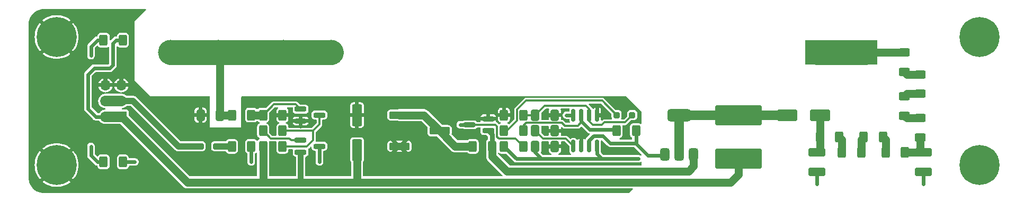
<source format=gbr>
G04 #@! TF.GenerationSoftware,KiCad,Pcbnew,8.0.4-8.0.4-0~ubuntu22.04.1*
G04 #@! TF.CreationDate,2024-09-06T14:34:06+02:00*
G04 #@! TF.ProjectId,Tube Driver,54756265-2044-4726-9976-65722e6b6963,1.0*
G04 #@! TF.SameCoordinates,Original*
G04 #@! TF.FileFunction,Copper,L1,Top*
G04 #@! TF.FilePolarity,Positive*
%FSLAX46Y46*%
G04 Gerber Fmt 4.6, Leading zero omitted, Abs format (unit mm)*
G04 Created by KiCad (PCBNEW 8.0.4-8.0.4-0~ubuntu22.04.1) date 2024-09-06 14:34:06*
%MOMM*%
%LPD*%
G01*
G04 APERTURE LIST*
G04 Aperture macros list*
%AMRoundRect*
0 Rectangle with rounded corners*
0 $1 Rounding radius*
0 $2 $3 $4 $5 $6 $7 $8 $9 X,Y pos of 4 corners*
0 Add a 4 corners polygon primitive as box body*
4,1,4,$2,$3,$4,$5,$6,$7,$8,$9,$2,$3,0*
0 Add four circle primitives for the rounded corners*
1,1,$1+$1,$2,$3*
1,1,$1+$1,$4,$5*
1,1,$1+$1,$6,$7*
1,1,$1+$1,$8,$9*
0 Add four rect primitives between the rounded corners*
20,1,$1+$1,$2,$3,$4,$5,0*
20,1,$1+$1,$4,$5,$6,$7,0*
20,1,$1+$1,$6,$7,$8,$9,0*
20,1,$1+$1,$8,$9,$2,$3,0*%
G04 Aperture macros list end*
G04 #@! TA.AperFunction,SMDPad,CuDef*
%ADD10RoundRect,0.250000X-0.400000X-0.625000X0.400000X-0.625000X0.400000X0.625000X-0.400000X0.625000X0*%
G04 #@! TD*
G04 #@! TA.AperFunction,SMDPad,CuDef*
%ADD11RoundRect,0.250000X-1.100000X0.412500X-1.100000X-0.412500X1.100000X-0.412500X1.100000X0.412500X0*%
G04 #@! TD*
G04 #@! TA.AperFunction,SMDPad,CuDef*
%ADD12RoundRect,0.250000X0.412500X0.650000X-0.412500X0.650000X-0.412500X-0.650000X0.412500X-0.650000X0*%
G04 #@! TD*
G04 #@! TA.AperFunction,SMDPad,CuDef*
%ADD13RoundRect,0.250000X-0.412500X-0.650000X0.412500X-0.650000X0.412500X0.650000X-0.412500X0.650000X0*%
G04 #@! TD*
G04 #@! TA.AperFunction,SMDPad,CuDef*
%ADD14RoundRect,0.200000X0.750000X0.200000X-0.750000X0.200000X-0.750000X-0.200000X0.750000X-0.200000X0*%
G04 #@! TD*
G04 #@! TA.AperFunction,SMDPad,CuDef*
%ADD15RoundRect,0.250000X0.625000X-0.400000X0.625000X0.400000X-0.625000X0.400000X-0.625000X-0.400000X0*%
G04 #@! TD*
G04 #@! TA.AperFunction,SMDPad,CuDef*
%ADD16RoundRect,0.375000X0.375000X-0.625000X0.375000X0.625000X-0.375000X0.625000X-0.375000X-0.625000X0*%
G04 #@! TD*
G04 #@! TA.AperFunction,SMDPad,CuDef*
%ADD17RoundRect,0.500000X1.400000X-0.500000X1.400000X0.500000X-1.400000X0.500000X-1.400000X-0.500000X0*%
G04 #@! TD*
G04 #@! TA.AperFunction,SMDPad,CuDef*
%ADD18RoundRect,0.250000X0.250000X0.250000X-0.250000X0.250000X-0.250000X-0.250000X0.250000X-0.250000X0*%
G04 #@! TD*
G04 #@! TA.AperFunction,SMDPad,CuDef*
%ADD19RoundRect,0.250000X0.400000X0.625000X-0.400000X0.625000X-0.400000X-0.625000X0.400000X-0.625000X0*%
G04 #@! TD*
G04 #@! TA.AperFunction,SMDPad,CuDef*
%ADD20RoundRect,0.250000X-0.250000X-0.250000X0.250000X-0.250000X0.250000X0.250000X-0.250000X0.250000X0*%
G04 #@! TD*
G04 #@! TA.AperFunction,ComponentPad*
%ADD21R,1.700000X1.700000*%
G04 #@! TD*
G04 #@! TA.AperFunction,ComponentPad*
%ADD22O,1.700000X1.700000*%
G04 #@! TD*
G04 #@! TA.AperFunction,SMDPad,CuDef*
%ADD23RoundRect,0.300000X-1.350000X-0.300000X1.350000X-0.300000X1.350000X0.300000X-1.350000X0.300000X0*%
G04 #@! TD*
G04 #@! TA.AperFunction,SMDPad,CuDef*
%ADD24RoundRect,0.150000X-0.150000X0.825000X-0.150000X-0.825000X0.150000X-0.825000X0.150000X0.825000X0*%
G04 #@! TD*
G04 #@! TA.AperFunction,ComponentPad*
%ADD25C,0.800000*%
G04 #@! TD*
G04 #@! TA.AperFunction,ComponentPad*
%ADD26C,6.400000*%
G04 #@! TD*
G04 #@! TA.AperFunction,SMDPad,CuDef*
%ADD27RoundRect,0.320000X3.430000X-1.280000X3.430000X1.280000X-3.430000X1.280000X-3.430000X-1.280000X0*%
G04 #@! TD*
G04 #@! TA.AperFunction,SMDPad,CuDef*
%ADD28RoundRect,0.250000X1.375000X0.650000X-1.375000X0.650000X-1.375000X-0.650000X1.375000X-0.650000X0*%
G04 #@! TD*
G04 #@! TA.AperFunction,SMDPad,CuDef*
%ADD29RoundRect,0.250000X0.550000X-1.500000X0.550000X1.500000X-0.550000X1.500000X-0.550000X-1.500000X0*%
G04 #@! TD*
G04 #@! TA.AperFunction,SMDPad,CuDef*
%ADD30RoundRect,0.200000X-0.750000X-0.200000X0.750000X-0.200000X0.750000X0.200000X-0.750000X0.200000X0*%
G04 #@! TD*
G04 #@! TA.AperFunction,ComponentPad*
%ADD31R,4.000000X4.000000*%
G04 #@! TD*
G04 #@! TA.AperFunction,ComponentPad*
%ADD32C,4.000000*%
G04 #@! TD*
G04 #@! TA.AperFunction,ViaPad*
%ADD33C,0.500000*%
G04 #@! TD*
G04 #@! TA.AperFunction,Conductor*
%ADD34C,0.600000*%
G04 #@! TD*
G04 #@! TA.AperFunction,Conductor*
%ADD35C,0.300000*%
G04 #@! TD*
G04 #@! TA.AperFunction,Conductor*
%ADD36C,1.300000*%
G04 #@! TD*
G04 #@! TA.AperFunction,Conductor*
%ADD37C,0.900000*%
G04 #@! TD*
G04 #@! TA.AperFunction,Conductor*
%ADD38C,1.700000*%
G04 #@! TD*
G04 #@! TA.AperFunction,Conductor*
%ADD39C,4.000000*%
G04 #@! TD*
G04 #@! TA.AperFunction,Conductor*
%ADD40C,1.500000*%
G04 #@! TD*
G04 #@! TA.AperFunction,Conductor*
%ADD41C,1.000000*%
G04 #@! TD*
G04 #@! TA.AperFunction,Conductor*
%ADD42C,0.800000*%
G04 #@! TD*
G04 #@! TA.AperFunction,Conductor*
%ADD43C,0.200000*%
G04 #@! TD*
G04 APERTURE END LIST*
D10*
X103000000Y-108000000D03*
X106100000Y-108000000D03*
X108000000Y-113000000D03*
X111100000Y-113000000D03*
D11*
X196500000Y-114000000D03*
X196500000Y-117125000D03*
D12*
X101125000Y-108000000D03*
X98000000Y-108000000D03*
D13*
X151500000Y-108000000D03*
X154625000Y-108000000D03*
D14*
X144000000Y-110500000D03*
X144000000Y-108600000D03*
X141000000Y-109550000D03*
D15*
X213000000Y-104600000D03*
X213000000Y-101500000D03*
D10*
X146500000Y-113000000D03*
X149600000Y-113000000D03*
D15*
X210500000Y-101100000D03*
X210500000Y-98000000D03*
X210500000Y-108100000D03*
X210500000Y-105000000D03*
D16*
X172200000Y-114300000D03*
X174500000Y-114300000D03*
X176800000Y-114300000D03*
D17*
X174500000Y-108000000D03*
D10*
X200500000Y-114000000D03*
X203600000Y-114000000D03*
D11*
X213500000Y-114000000D03*
X213500000Y-117125000D03*
D18*
X167000000Y-108000000D03*
X164500000Y-108000000D03*
D19*
X85600000Y-115500000D03*
X82500000Y-115500000D03*
D20*
X98000000Y-113000000D03*
X100500000Y-113000000D03*
D19*
X85600000Y-96000000D03*
X82500000Y-96000000D03*
D21*
X85340000Y-108275000D03*
D22*
X82800000Y-108275000D03*
X85340000Y-105735000D03*
X82800000Y-105735000D03*
X85340000Y-103195000D03*
X82800000Y-103195000D03*
D23*
X129800000Y-108000000D03*
X136200000Y-110500000D03*
X129800000Y-113000000D03*
D13*
X151500000Y-110500000D03*
X154625000Y-110500000D03*
D24*
X161405000Y-108025000D03*
X160135000Y-108025000D03*
X158865000Y-108025000D03*
X157595000Y-108025000D03*
X157595000Y-112975000D03*
X158865000Y-112975000D03*
X160135000Y-112975000D03*
X161405000Y-112975000D03*
D19*
X106100000Y-113000000D03*
X103000000Y-113000000D03*
D15*
X213000000Y-111600000D03*
X213000000Y-108500000D03*
D10*
X204000000Y-111500000D03*
X207100000Y-111500000D03*
D25*
X72600000Y-116000000D03*
X73302944Y-114302944D03*
X73302944Y-117697056D03*
X75000000Y-113600000D03*
D26*
X75000000Y-116000000D03*
D25*
X75000000Y-118400000D03*
X76697056Y-114302944D03*
X76697056Y-117697056D03*
X77400000Y-116000000D03*
D10*
X108000000Y-108000000D03*
X111100000Y-108000000D03*
D25*
X220100000Y-95500000D03*
X220802944Y-93802944D03*
X220802944Y-97197056D03*
X222500000Y-93100000D03*
D26*
X222500000Y-95500000D03*
D25*
X222500000Y-97900000D03*
X224197056Y-93802944D03*
X224197056Y-97197056D03*
X224900000Y-95500000D03*
X220100000Y-116000000D03*
X220802944Y-114302944D03*
X220802944Y-117697056D03*
X222500000Y-113600000D03*
D26*
X222500000Y-116000000D03*
D25*
X222500000Y-118400000D03*
X224197056Y-114302944D03*
X224197056Y-117697056D03*
X224900000Y-116000000D03*
D19*
X144600000Y-113000000D03*
X141500000Y-113000000D03*
X111100000Y-110500000D03*
X108000000Y-110500000D03*
D27*
X184000000Y-115000000D03*
X184000000Y-108000000D03*
D19*
X149600000Y-108000000D03*
X146500000Y-108000000D03*
D28*
X197000000Y-108000000D03*
X191750000Y-108000000D03*
D10*
X207500000Y-114000000D03*
X210600000Y-114000000D03*
D25*
X72600000Y-95500000D03*
X73302944Y-93802944D03*
X73302944Y-97197056D03*
X75000000Y-93100000D03*
D26*
X75000000Y-95500000D03*
D25*
X75000000Y-97900000D03*
X76697056Y-93802944D03*
X76697056Y-97197056D03*
X77400000Y-95500000D03*
D29*
X123000000Y-113600000D03*
X123000000Y-108000000D03*
D19*
X149600000Y-110500000D03*
X146500000Y-110500000D03*
D10*
X164500000Y-110500000D03*
X167600000Y-110500000D03*
D30*
X114000000Y-112050000D03*
X114000000Y-113950000D03*
X117000000Y-113000000D03*
D13*
X151500000Y-113000000D03*
X154625000Y-113000000D03*
D30*
X114000000Y-107050000D03*
X114000000Y-108950000D03*
X117000000Y-108000000D03*
D10*
X197000000Y-111500000D03*
X200100000Y-111500000D03*
D31*
X204250000Y-98000000D03*
X196630000Y-98000000D03*
D32*
X118870000Y-98000000D03*
X111250000Y-98000000D03*
X100870000Y-98000000D03*
X93250000Y-98000000D03*
D33*
X110000000Y-117000000D03*
X142000000Y-106500000D03*
X128000000Y-110500000D03*
X82500000Y-118500000D03*
X153000000Y-108000000D03*
X164500000Y-106500000D03*
X156000000Y-110500000D03*
X95000000Y-110000000D03*
X110000000Y-108000000D03*
X95000000Y-107000000D03*
X85500000Y-93000000D03*
X128000000Y-116000000D03*
X196500000Y-119000000D03*
X114000000Y-109800000D03*
X97000000Y-117000000D03*
X123000000Y-110500000D03*
X163000000Y-113500000D03*
X84000000Y-93000000D03*
X120500000Y-110500000D03*
X213500000Y-119000000D03*
X137000000Y-106500000D03*
X106000000Y-117000000D03*
X146500000Y-114500000D03*
X130500000Y-110500000D03*
X84000000Y-118500000D03*
X75500000Y-105500000D03*
X73000000Y-108500000D03*
X162975000Y-108025000D03*
X73000000Y-105500000D03*
X153062500Y-110500000D03*
X82500000Y-93000000D03*
X133000000Y-116000000D03*
X130500000Y-116000000D03*
X125500000Y-110500000D03*
X153062500Y-113000000D03*
X139500000Y-106500000D03*
X133000000Y-110500000D03*
X92000000Y-107000000D03*
X75500000Y-102500000D03*
X112500000Y-117000000D03*
X85500000Y-118500000D03*
X75500000Y-108500000D03*
X125500000Y-116000000D03*
X73000000Y-102500000D03*
X172000000Y-118762897D03*
X175000000Y-118762897D03*
X168000000Y-115000000D03*
X165000000Y-115000000D03*
X163500000Y-115000000D03*
X170500000Y-118762897D03*
X166500000Y-115000000D03*
X173500000Y-118762897D03*
X80500000Y-113000000D03*
X80500000Y-98500000D03*
X156500000Y-108025000D03*
X139500000Y-109550000D03*
X87500000Y-115500000D03*
X117000000Y-115500000D03*
X106100000Y-115500000D03*
D34*
X154625000Y-113000000D02*
X153062500Y-113000000D01*
X158000000Y-110500000D02*
X156000000Y-110500000D01*
X158865000Y-112000001D02*
X158865000Y-111365000D01*
X156000000Y-110500000D02*
X154625000Y-110500000D01*
X213500000Y-119000000D02*
X213500000Y-117125000D01*
X111100000Y-108000000D02*
X110000000Y-108000000D01*
X158865000Y-112975000D02*
X158865000Y-112000001D01*
X154625000Y-108000000D02*
X153000000Y-108000000D01*
X161405000Y-108025000D02*
X162975000Y-108025000D01*
X158865000Y-111365000D02*
X158000000Y-110500000D01*
X196500000Y-119000000D02*
X196500000Y-117125000D01*
X154625000Y-110500000D02*
X153062500Y-110500000D01*
X114000000Y-108950000D02*
X114000000Y-109800000D01*
D35*
X159584999Y-106500000D02*
X153000000Y-106500000D01*
X160135000Y-108025000D02*
X160135000Y-107050001D01*
X167000000Y-108000000D02*
X165843125Y-109156875D01*
X160135000Y-107050001D02*
X159584999Y-106500000D01*
X162547707Y-109156875D02*
X162148725Y-109555857D01*
X160690858Y-109555857D02*
X160135000Y-108999999D01*
X165843125Y-109156875D02*
X162547707Y-109156875D01*
X149600000Y-108000000D02*
X151500000Y-108000000D01*
X162148725Y-109555857D02*
X160690858Y-109555857D01*
X153000000Y-106500000D02*
X151500000Y-108000000D01*
X160135000Y-108999999D02*
X160135000Y-108025000D01*
X157595000Y-112975000D02*
X156368797Y-111748797D01*
X156368797Y-111748797D02*
X156367594Y-111750000D01*
X152750000Y-111750000D02*
X151500000Y-110500000D01*
X156367594Y-111750000D02*
X152750000Y-111750000D01*
D36*
X108000000Y-118762897D02*
X114000000Y-118762897D01*
D34*
X84500000Y-96000000D02*
X84000000Y-96500000D01*
X84000000Y-96500000D02*
X84000000Y-100000000D01*
X80000000Y-101500000D02*
X80000000Y-106987500D01*
D36*
X85400000Y-108275000D02*
X95887897Y-118762897D01*
D34*
X165000000Y-115000000D02*
X166500000Y-115000000D01*
X148500000Y-115000000D02*
X152500000Y-115000000D01*
D37*
X114000000Y-118762897D02*
X114000000Y-114000000D01*
D38*
X85340000Y-108275000D02*
X82800000Y-108275000D01*
D34*
X84000000Y-100000000D02*
X83500000Y-100500000D01*
X85600000Y-96000000D02*
X84500000Y-96000000D01*
X83500000Y-100500000D02*
X81000000Y-100500000D01*
D36*
X95887897Y-118762897D02*
X108000000Y-118762897D01*
X114000000Y-118762897D02*
X123000000Y-118762897D01*
D34*
X152500000Y-115000000D02*
X163000000Y-115000000D01*
X81000000Y-100500000D02*
X80000000Y-101500000D01*
X162162116Y-115000000D02*
X161405000Y-114242884D01*
D36*
X108000000Y-118762897D02*
X108000000Y-113000000D01*
D34*
X166500000Y-115000000D02*
X168000000Y-115000000D01*
D36*
X85340000Y-108275000D02*
X85400000Y-108275000D01*
X182737103Y-118762897D02*
X184000000Y-117500000D01*
D34*
X161405000Y-114242884D02*
X161405000Y-112975000D01*
X151500000Y-114000000D02*
X151500000Y-113000000D01*
X163000000Y-115000000D02*
X163500000Y-115000000D01*
D36*
X123000000Y-118762897D02*
X123000000Y-113600000D01*
D34*
X80000000Y-106987500D02*
X81287500Y-108275000D01*
D36*
X123000000Y-118762897D02*
X182737103Y-118762897D01*
D34*
X163000000Y-115000000D02*
X162162116Y-115000000D01*
X163500000Y-115000000D02*
X165000000Y-115000000D01*
X168000000Y-115000000D02*
X166000000Y-115000000D01*
X81287500Y-108275000D02*
X82800000Y-108275000D01*
X146500000Y-113000000D02*
X148500000Y-115000000D01*
X152500000Y-115000000D02*
X151500000Y-114000000D01*
D36*
X184000000Y-117500000D02*
X184000000Y-115000000D01*
X197000000Y-108000000D02*
X197000000Y-111500000D01*
X197000000Y-111500000D02*
X197000000Y-114000000D01*
X210600000Y-114000000D02*
X213000000Y-114000000D01*
X213000000Y-114000000D02*
X213000000Y-111600000D01*
D39*
X111250000Y-98000000D02*
X118870000Y-98000000D01*
D36*
X101125000Y-108000000D02*
X101125000Y-98255000D01*
X101125000Y-98255000D02*
X100870000Y-98000000D01*
X101125000Y-108000000D02*
X103000000Y-108000000D01*
D39*
X111250000Y-98000000D02*
X100870000Y-98000000D01*
X100870000Y-98000000D02*
X93250000Y-98000000D01*
D40*
X184000000Y-108000000D02*
X191750000Y-108000000D01*
X174500000Y-114300000D02*
X174500000Y-108000000D01*
X174500000Y-108000000D02*
X184000000Y-108000000D01*
D35*
X148600000Y-107119544D02*
X148600000Y-108880456D01*
X150020873Y-105698671D02*
X148600000Y-107119544D01*
X146980456Y-110500000D02*
X146500000Y-110500000D01*
X148600000Y-108880456D02*
X146980456Y-110500000D01*
X162198671Y-105698671D02*
X150020873Y-105698671D01*
X164500000Y-108000000D02*
X162198671Y-105698671D01*
D41*
X100500000Y-113000000D02*
X103000000Y-113000000D01*
D38*
X85340000Y-105735000D02*
X82800000Y-105735000D01*
D41*
X87235000Y-105735000D02*
X94500000Y-113000000D01*
X85340000Y-105735000D02*
X87235000Y-105735000D01*
X94500000Y-113000000D02*
X98000000Y-113000000D01*
D34*
X80500000Y-114500000D02*
X81500000Y-115500000D01*
X81500000Y-115500000D02*
X82500000Y-115500000D01*
X80500000Y-113000000D02*
X80500000Y-114500000D01*
X80500000Y-97000000D02*
X80500000Y-98500000D01*
X81500000Y-96000000D02*
X80500000Y-97000000D01*
X82500000Y-96000000D02*
X81500000Y-96000000D01*
D36*
X210500000Y-98000000D02*
X204250000Y-98000000D01*
D39*
X204250000Y-98000000D02*
X196630000Y-98000000D01*
D35*
X145410987Y-111498726D02*
X145678319Y-111766058D01*
X145410987Y-109829663D02*
X145410987Y-111498726D01*
X145131324Y-109550000D02*
X145410987Y-109829663D01*
X145678319Y-111766058D02*
X148366058Y-111766058D01*
X141050000Y-109550000D02*
X145131324Y-109550000D01*
D34*
X139500000Y-109550000D02*
X141000000Y-109550000D01*
X157595000Y-108025000D02*
X156500000Y-108025000D01*
D35*
X148366058Y-111766058D02*
X149600000Y-113000000D01*
D36*
X176800000Y-116200000D02*
X176000000Y-117000000D01*
X144600000Y-114600000D02*
X144600000Y-113000000D01*
X176800000Y-114300000D02*
X176800000Y-116200000D01*
X147000000Y-117000000D02*
X144600000Y-114600000D01*
X176000000Y-117000000D02*
X147000000Y-117000000D01*
D42*
X144600000Y-113000000D02*
X144600000Y-111100000D01*
X144600000Y-111100000D02*
X144000000Y-110500000D01*
D34*
X162300000Y-111300000D02*
X163500000Y-112500000D01*
X160135000Y-112975000D02*
X160135001Y-112000000D01*
X167600000Y-112600000D02*
X169500000Y-114500000D01*
X160135001Y-112000000D02*
X160835001Y-111300000D01*
D43*
X172000000Y-114500000D02*
X172200000Y-114300000D01*
D34*
X167600000Y-112500000D02*
X167600000Y-110500000D01*
X169500000Y-114500000D02*
X172000000Y-114500000D01*
X160835001Y-111300000D02*
X162300000Y-111300000D01*
X163500000Y-112500000D02*
X167600000Y-112500000D01*
X167600000Y-110500000D02*
X167600000Y-112600000D01*
D35*
X108000000Y-108000000D02*
X109725000Y-106275000D01*
X113225000Y-106275000D02*
X114000000Y-107050000D01*
D36*
X106100000Y-108000000D02*
X108000000Y-108000000D01*
D35*
X109725000Y-106275000D02*
X113225000Y-106275000D01*
X116000000Y-110500000D02*
X116000000Y-112000000D01*
X117000000Y-108000000D02*
X117000000Y-109500000D01*
X116000000Y-112000000D02*
X115000000Y-113000000D01*
X115000000Y-113000000D02*
X111100000Y-113000000D01*
X116000000Y-110500000D02*
X111100000Y-110500000D01*
X117000000Y-109500000D02*
X116000000Y-110500000D01*
X109246926Y-111746926D02*
X112221537Y-111746926D01*
X112221537Y-111746926D02*
X112524611Y-112050000D01*
X108000000Y-110500000D02*
X109246926Y-111746926D01*
X112524611Y-112050000D02*
X114000000Y-112050000D01*
D34*
X85600000Y-115500000D02*
X87500000Y-115500000D01*
X106100000Y-113000000D02*
X106100000Y-115500000D01*
X117000000Y-115500000D02*
X117000000Y-113000000D01*
X164325220Y-110325220D02*
X160208851Y-110325220D01*
X158865000Y-108981369D02*
X158865000Y-108025000D01*
D35*
X156191568Y-109691568D02*
X158308432Y-109691568D01*
D34*
X160208851Y-110325220D02*
X158865000Y-108981369D01*
D35*
X149600000Y-110500000D02*
X149600000Y-109701782D01*
X158865000Y-109135000D02*
X158865000Y-108025000D01*
D34*
X164500000Y-110500000D02*
X164325220Y-110325220D01*
D35*
X150051782Y-109250000D02*
X155750000Y-109250000D01*
X158308432Y-109691568D02*
X158865000Y-109135000D01*
X149600000Y-109701782D02*
X150051782Y-109250000D01*
X155750000Y-109250000D02*
X156191568Y-109691568D01*
D36*
X141500000Y-113000000D02*
X138700000Y-113000000D01*
X138700000Y-113000000D02*
X136200000Y-110500000D01*
X133700000Y-108000000D02*
X129800000Y-108000000D01*
X136200000Y-110500000D02*
X133700000Y-108000000D01*
D43*
X136200000Y-110500000D02*
X135500000Y-110500000D01*
D36*
X200500000Y-111900000D02*
X200100000Y-111500000D01*
X200500000Y-114000000D02*
X200500000Y-111900000D01*
X203600000Y-114000000D02*
X203600000Y-111900000D01*
X203600000Y-111900000D02*
X204000000Y-111500000D01*
X207500000Y-111900000D02*
X207100000Y-111500000D01*
X207500000Y-114000000D02*
X207500000Y-111900000D01*
X213000000Y-108500000D02*
X210900000Y-108500000D01*
X210900000Y-108500000D02*
X210500000Y-108100000D01*
X210900000Y-104600000D02*
X210500000Y-105000000D01*
X213000000Y-104600000D02*
X210900000Y-104600000D01*
X210900000Y-101500000D02*
X210500000Y-101100000D01*
X213000000Y-101500000D02*
X210900000Y-101500000D01*
G04 #@! TA.AperFunction,Conductor*
G36*
X89267177Y-91020185D02*
G01*
X89312932Y-91072989D01*
X89322876Y-91142147D01*
X89293851Y-91205703D01*
X89287819Y-91212181D01*
X87500000Y-92999999D01*
X87500000Y-93000000D01*
X87500000Y-102500000D01*
X90000000Y-105000000D01*
X99376000Y-105000000D01*
X99443039Y-105019685D01*
X99488794Y-105072489D01*
X99500000Y-105124000D01*
X99500000Y-110000000D01*
X104500000Y-110000000D01*
X104500000Y-105124000D01*
X104519685Y-105056961D01*
X104572489Y-105011206D01*
X104624000Y-105000000D01*
X165948638Y-105000000D01*
X166015677Y-105019685D01*
X166036319Y-105036319D01*
X168463681Y-107463681D01*
X168497166Y-107525004D01*
X168500000Y-107551362D01*
X168500000Y-109313623D01*
X168480315Y-109380662D01*
X168427511Y-109426417D01*
X168358353Y-109436361D01*
X168301076Y-109412428D01*
X168272342Y-109390639D01*
X168247042Y-109380662D01*
X168131564Y-109335123D01*
X168131563Y-109335122D01*
X168131561Y-109335122D01*
X168084989Y-109329530D01*
X168043102Y-109324500D01*
X167156898Y-109324500D01*
X167117853Y-109329188D01*
X167068438Y-109335122D01*
X166927656Y-109390639D01*
X166807077Y-109482077D01*
X166715639Y-109602656D01*
X166660122Y-109743438D01*
X166656140Y-109776606D01*
X166649500Y-109831898D01*
X166649500Y-111168102D01*
X166653391Y-111200500D01*
X166660122Y-111256561D01*
X166660122Y-111256563D01*
X166660123Y-111256564D01*
X166665192Y-111269418D01*
X166715639Y-111397343D01*
X166807077Y-111517922D01*
X166925429Y-111607671D01*
X166927658Y-111609361D01*
X166927659Y-111609361D01*
X166935050Y-111613517D01*
X166933419Y-111616417D01*
X166976088Y-111649573D01*
X166999323Y-111715466D01*
X166999500Y-111722085D01*
X166999500Y-111775500D01*
X166979815Y-111842539D01*
X166927011Y-111888294D01*
X166875500Y-111899500D01*
X165089052Y-111899500D01*
X165022013Y-111879815D01*
X164976258Y-111827011D01*
X164966314Y-111757853D01*
X164995339Y-111694297D01*
X165043560Y-111660146D01*
X165172342Y-111609361D01*
X165292922Y-111517922D01*
X165384361Y-111397342D01*
X165439877Y-111256564D01*
X165450500Y-111168102D01*
X165450500Y-109831898D01*
X165440204Y-109746158D01*
X165451756Y-109677250D01*
X165498729Y-109625526D01*
X165563320Y-109607375D01*
X165902432Y-109607375D01*
X165902434Y-109607375D01*
X165997623Y-109581869D01*
X166017012Y-109576674D01*
X166119739Y-109517364D01*
X166800284Y-108836819D01*
X166861607Y-108803334D01*
X166887965Y-108800500D01*
X167293097Y-108800500D01*
X167293102Y-108800500D01*
X167381564Y-108789877D01*
X167522342Y-108734361D01*
X167642922Y-108642922D01*
X167734361Y-108522342D01*
X167789877Y-108381564D01*
X167800500Y-108293102D01*
X167800500Y-107706898D01*
X167789877Y-107618436D01*
X167734361Y-107477658D01*
X167734360Y-107477657D01*
X167734360Y-107477656D01*
X167642922Y-107357077D01*
X167522343Y-107265639D01*
X167402644Y-107218436D01*
X167381564Y-107210123D01*
X167381563Y-107210122D01*
X167381561Y-107210122D01*
X167335926Y-107204642D01*
X167293102Y-107199500D01*
X166706898Y-107199500D01*
X166667853Y-107204188D01*
X166618438Y-107210122D01*
X166477656Y-107265639D01*
X166357077Y-107357077D01*
X166265639Y-107477656D01*
X166210122Y-107618438D01*
X166205754Y-107654815D01*
X166199500Y-107706898D01*
X166199500Y-107706903D01*
X166199500Y-108112035D01*
X166179815Y-108179074D01*
X166163181Y-108199716D01*
X165692841Y-108670056D01*
X165631518Y-108703541D01*
X165605160Y-108706375D01*
X165342864Y-108706375D01*
X165275825Y-108686690D01*
X165230070Y-108633886D01*
X165220126Y-108564728D01*
X165231774Y-108530440D01*
X165231249Y-108530233D01*
X165240993Y-108505524D01*
X165289877Y-108381564D01*
X165300500Y-108293102D01*
X165300500Y-107706898D01*
X165289877Y-107618436D01*
X165234361Y-107477658D01*
X165234360Y-107477657D01*
X165234360Y-107477656D01*
X165142922Y-107357077D01*
X165022343Y-107265639D01*
X164902644Y-107218436D01*
X164881564Y-107210123D01*
X164881563Y-107210122D01*
X164881561Y-107210122D01*
X164835926Y-107204642D01*
X164793102Y-107199500D01*
X164793097Y-107199500D01*
X164387966Y-107199500D01*
X164320927Y-107179815D01*
X164300285Y-107163181D01*
X162475287Y-105338184D01*
X162475285Y-105338182D01*
X162420674Y-105306652D01*
X162372559Y-105278872D01*
X162360451Y-105275628D01*
X162348344Y-105272384D01*
X162348341Y-105272383D01*
X162310149Y-105262149D01*
X162257980Y-105248171D01*
X149961564Y-105248171D01*
X149871198Y-105272384D01*
X149871197Y-105272383D01*
X149846989Y-105278870D01*
X149846986Y-105278871D01*
X149744259Y-105338182D01*
X149744256Y-105338184D01*
X148239513Y-106842927D01*
X148239509Y-106842933D01*
X148180200Y-106945657D01*
X148177141Y-106957077D01*
X148149500Y-107060235D01*
X148149500Y-108642490D01*
X148129815Y-108709529D01*
X148113181Y-108730171D01*
X147408249Y-109435102D01*
X147346926Y-109468587D01*
X147277234Y-109463603D01*
X147245645Y-109446226D01*
X147191703Y-109405321D01*
X147172341Y-109390638D01*
X147139121Y-109377538D01*
X147107541Y-109365084D01*
X147052399Y-109322180D01*
X147029206Y-109256272D01*
X147045326Y-109188288D01*
X147095643Y-109139811D01*
X147107544Y-109134376D01*
X147172094Y-109108921D01*
X147292564Y-109017564D01*
X147383920Y-108897095D01*
X147439386Y-108756443D01*
X147450000Y-108668053D01*
X147450000Y-108300000D01*
X145550000Y-108300000D01*
X145550000Y-108668053D01*
X145560613Y-108756443D01*
X145616079Y-108897095D01*
X145707435Y-109017564D01*
X145827904Y-109108920D01*
X145892456Y-109134376D01*
X145947600Y-109177282D01*
X145970793Y-109243190D01*
X145954673Y-109311175D01*
X145904356Y-109359651D01*
X145892456Y-109365085D01*
X145827660Y-109390637D01*
X145827659Y-109390637D01*
X145789490Y-109419582D01*
X145724179Y-109444404D01*
X145655815Y-109429975D01*
X145626885Y-109408458D01*
X145407940Y-109189513D01*
X145407938Y-109189511D01*
X145348627Y-109155267D01*
X145305210Y-109130200D01*
X145297707Y-109127093D01*
X145298211Y-109125874D01*
X145245728Y-109093878D01*
X145215203Y-109031028D01*
X145221307Y-108967141D01*
X145243595Y-108907383D01*
X145243596Y-108907380D01*
X145244390Y-108900000D01*
X142755610Y-108900000D01*
X142756403Y-108907380D01*
X142756403Y-108907382D01*
X142765648Y-108932168D01*
X142770632Y-109001859D01*
X142737146Y-109063182D01*
X142675823Y-109096666D01*
X142649466Y-109099500D01*
X142249751Y-109099500D01*
X142182712Y-109079815D01*
X142150485Y-109049812D01*
X142107548Y-108992457D01*
X142107546Y-108992454D01*
X142100019Y-108986819D01*
X141992335Y-108906206D01*
X141992328Y-108906202D01*
X141857482Y-108855908D01*
X141857483Y-108855908D01*
X141797883Y-108849501D01*
X141797881Y-108849500D01*
X141797873Y-108849500D01*
X141797864Y-108849500D01*
X140202129Y-108849500D01*
X140202123Y-108849501D01*
X140142516Y-108855908D01*
X140007671Y-108906202D01*
X140007668Y-108906204D01*
X139982872Y-108924767D01*
X139917408Y-108949184D01*
X139908561Y-108949500D01*
X139420943Y-108949500D01*
X139268216Y-108990423D01*
X139268209Y-108990426D01*
X139131290Y-109069475D01*
X139131282Y-109069481D01*
X139019481Y-109181282D01*
X139019475Y-109181290D01*
X138940426Y-109318209D01*
X138940423Y-109318216D01*
X138899500Y-109470943D01*
X138899500Y-109629057D01*
X138939038Y-109776613D01*
X138940423Y-109781783D01*
X138940426Y-109781790D01*
X139019475Y-109918709D01*
X139019479Y-109918714D01*
X139019480Y-109918716D01*
X139131284Y-110030520D01*
X139131286Y-110030521D01*
X139131290Y-110030524D01*
X139264691Y-110107542D01*
X139268216Y-110109577D01*
X139420943Y-110150500D01*
X139908561Y-110150500D01*
X139975600Y-110170185D01*
X139982872Y-110175233D01*
X140005960Y-110192517D01*
X140007668Y-110193795D01*
X140007671Y-110193797D01*
X140142517Y-110244091D01*
X140142516Y-110244091D01*
X140149444Y-110244835D01*
X140202127Y-110250500D01*
X141797872Y-110250499D01*
X141857483Y-110244091D01*
X141992331Y-110193796D01*
X142107546Y-110107546D01*
X142144884Y-110057669D01*
X142150485Y-110050188D01*
X142206419Y-110008318D01*
X142249751Y-110000500D01*
X142648933Y-110000500D01*
X142715972Y-110020185D01*
X142761727Y-110072989D01*
X142771671Y-110142147D01*
X142765115Y-110167832D01*
X142755910Y-110192511D01*
X142755909Y-110192515D01*
X142755909Y-110192517D01*
X142749500Y-110252127D01*
X142749500Y-110252134D01*
X142749500Y-110252135D01*
X142749500Y-110747870D01*
X142749501Y-110747876D01*
X142755908Y-110807483D01*
X142806202Y-110942328D01*
X142806206Y-110942335D01*
X142892452Y-111057544D01*
X142892455Y-111057547D01*
X143007664Y-111143793D01*
X143007671Y-111143797D01*
X143052618Y-111160561D01*
X143142517Y-111194091D01*
X143202127Y-111200500D01*
X143658480Y-111200499D01*
X143725519Y-111220183D01*
X143746161Y-111236818D01*
X143863181Y-111353838D01*
X143896666Y-111415161D01*
X143899500Y-111441519D01*
X143899500Y-111850402D01*
X143879815Y-111917441D01*
X143850427Y-111949204D01*
X143807080Y-111982075D01*
X143807074Y-111982082D01*
X143715639Y-112102656D01*
X143660122Y-112243438D01*
X143656943Y-112269915D01*
X143649500Y-112331898D01*
X143649500Y-112906383D01*
X143649500Y-112906384D01*
X143649500Y-114506383D01*
X143649500Y-114693617D01*
X143649500Y-114693619D01*
X143649499Y-114693619D01*
X143664338Y-114768212D01*
X143664338Y-114768214D01*
X143679290Y-114843384D01*
X143686024Y-114877243D01*
X143686027Y-114877252D01*
X143757673Y-115050223D01*
X143757680Y-115050236D01*
X143861697Y-115205907D01*
X143861700Y-115205911D01*
X146256505Y-117600716D01*
X146289990Y-117662039D01*
X146285006Y-117731731D01*
X146243134Y-117787664D01*
X146177670Y-117812081D01*
X146168824Y-117812397D01*
X124074500Y-117812397D01*
X124007461Y-117792712D01*
X123961706Y-117739908D01*
X123950500Y-117688397D01*
X123950500Y-115524627D01*
X123970185Y-115457588D01*
X123975697Y-115449701D01*
X124034360Y-115372343D01*
X124034359Y-115372343D01*
X124034361Y-115372342D01*
X124089877Y-115231564D01*
X124100500Y-115143102D01*
X124100500Y-112660669D01*
X127850000Y-112660669D01*
X127850000Y-113339324D01*
X127865442Y-113456628D01*
X127865444Y-113456633D01*
X127925899Y-113602585D01*
X128022075Y-113727924D01*
X128147413Y-113824100D01*
X128293365Y-113884554D01*
X128293369Y-113884555D01*
X128410677Y-113899999D01*
X128475735Y-113899999D01*
X128475737Y-113899998D01*
X129324263Y-113899998D01*
X129324264Y-113899999D01*
X130275735Y-113899999D01*
X130275735Y-113899998D01*
X129800001Y-113424264D01*
X129800000Y-113424264D01*
X129324263Y-113899998D01*
X128475737Y-113899998D01*
X129375736Y-113000000D01*
X129375735Y-112999999D01*
X130224264Y-112999999D01*
X130224264Y-113000000D01*
X131124263Y-113899999D01*
X131189324Y-113899999D01*
X131306628Y-113884557D01*
X131306633Y-113884555D01*
X131452585Y-113824100D01*
X131577924Y-113727924D01*
X131674100Y-113602586D01*
X131734554Y-113456634D01*
X131734555Y-113456630D01*
X131749999Y-113339330D01*
X131749999Y-112660675D01*
X131734557Y-112543371D01*
X131734555Y-112543366D01*
X131674100Y-112397414D01*
X131577924Y-112272075D01*
X131452586Y-112175899D01*
X131306634Y-112115445D01*
X131306630Y-112115444D01*
X131189330Y-112100000D01*
X131124262Y-112100000D01*
X130224264Y-112999999D01*
X129375735Y-112999999D01*
X128475736Y-112100000D01*
X129324263Y-112100000D01*
X129800000Y-112575736D01*
X129800001Y-112575736D01*
X130275735Y-112100000D01*
X129324263Y-112100000D01*
X128475736Y-112100000D01*
X128410676Y-112100000D01*
X128293371Y-112115442D01*
X128293366Y-112115444D01*
X128147414Y-112175899D01*
X128022075Y-112272075D01*
X127925899Y-112397413D01*
X127865445Y-112543365D01*
X127865444Y-112543369D01*
X127850000Y-112660669D01*
X124100500Y-112660669D01*
X124100500Y-112056898D01*
X124089877Y-111968436D01*
X124034361Y-111827658D01*
X124034360Y-111827657D01*
X124034360Y-111827656D01*
X123942922Y-111707077D01*
X123822343Y-111615639D01*
X123681561Y-111560122D01*
X123635926Y-111554642D01*
X123593102Y-111549500D01*
X122406898Y-111549500D01*
X122367853Y-111554188D01*
X122318438Y-111560122D01*
X122177656Y-111615639D01*
X122057077Y-111707077D01*
X121965639Y-111827656D01*
X121910122Y-111968438D01*
X121908484Y-111982082D01*
X121899500Y-112056898D01*
X121899500Y-115143102D01*
X121905126Y-115189954D01*
X121910122Y-115231561D01*
X121965639Y-115372343D01*
X122024303Y-115449701D01*
X122049127Y-115515012D01*
X122049500Y-115524627D01*
X122049500Y-117688397D01*
X122029815Y-117755436D01*
X121977011Y-117801191D01*
X121925500Y-117812397D01*
X114874500Y-117812397D01*
X114807461Y-117792712D01*
X114761706Y-117739908D01*
X114750500Y-117688397D01*
X114750500Y-114766976D01*
X114770185Y-114699937D01*
X114822989Y-114654182D01*
X114850135Y-114646736D01*
X114849932Y-114645876D01*
X114857479Y-114644092D01*
X114857481Y-114644091D01*
X114857483Y-114644091D01*
X114992331Y-114593796D01*
X115107546Y-114507546D01*
X115193796Y-114392331D01*
X115244091Y-114257483D01*
X115250500Y-114197873D01*
X115250499Y-113702128D01*
X115244229Y-113643797D01*
X115244091Y-113642516D01*
X115199956Y-113524185D01*
X115194972Y-113454494D01*
X115228457Y-113393171D01*
X115254133Y-113373468D01*
X115276614Y-113360489D01*
X115537823Y-113099279D01*
X115599141Y-113065797D01*
X115668833Y-113070781D01*
X115724767Y-113112652D01*
X115749184Y-113178116D01*
X115749500Y-113186961D01*
X115749500Y-113247869D01*
X115749501Y-113247876D01*
X115755908Y-113307483D01*
X115806202Y-113442328D01*
X115806206Y-113442335D01*
X115892452Y-113557544D01*
X115892455Y-113557547D01*
X116007664Y-113643793D01*
X116007671Y-113643797D01*
X116052618Y-113660561D01*
X116142517Y-113694091D01*
X116202127Y-113700500D01*
X116275500Y-113700499D01*
X116342538Y-113720183D01*
X116388294Y-113772986D01*
X116399500Y-113824499D01*
X116399500Y-115579057D01*
X116411900Y-115625332D01*
X116440423Y-115731783D01*
X116440426Y-115731790D01*
X116519475Y-115868709D01*
X116519479Y-115868714D01*
X116519480Y-115868716D01*
X116631284Y-115980520D01*
X116631286Y-115980521D01*
X116631290Y-115980524D01*
X116716666Y-116029815D01*
X116768216Y-116059577D01*
X116920943Y-116100500D01*
X116920945Y-116100500D01*
X117079055Y-116100500D01*
X117079057Y-116100500D01*
X117231784Y-116059577D01*
X117368716Y-115980520D01*
X117480520Y-115868716D01*
X117559577Y-115731784D01*
X117600500Y-115579057D01*
X117600500Y-113824499D01*
X117620185Y-113757460D01*
X117672989Y-113711705D01*
X117724500Y-113700499D01*
X117797871Y-113700499D01*
X117797872Y-113700499D01*
X117857483Y-113694091D01*
X117992331Y-113643796D01*
X118107546Y-113557546D01*
X118193796Y-113442331D01*
X118244091Y-113307483D01*
X118250500Y-113247873D01*
X118250499Y-112752128D01*
X118244091Y-112692517D01*
X118241885Y-112686603D01*
X118193797Y-112557671D01*
X118193793Y-112557664D01*
X118107547Y-112442455D01*
X118107544Y-112442452D01*
X117992335Y-112356206D01*
X117992328Y-112356202D01*
X117857482Y-112305908D01*
X117857483Y-112305908D01*
X117797883Y-112299501D01*
X117797881Y-112299500D01*
X117797873Y-112299500D01*
X117797865Y-112299500D01*
X116547741Y-112299500D01*
X116480702Y-112279815D01*
X116434947Y-112227011D01*
X116425003Y-112157853D01*
X116427966Y-112143407D01*
X116432483Y-112126549D01*
X116432483Y-112126548D01*
X116436786Y-112110489D01*
X116450500Y-112059309D01*
X116450500Y-110737965D01*
X116470185Y-110670926D01*
X116486819Y-110650284D01*
X116893012Y-110244091D01*
X117360490Y-109776613D01*
X117419799Y-109673886D01*
X117424650Y-109655780D01*
X117424652Y-109655777D01*
X117424651Y-109655777D01*
X117450500Y-109559309D01*
X117450500Y-109543053D01*
X121900000Y-109543053D01*
X121910613Y-109631443D01*
X121966079Y-109772095D01*
X122057435Y-109892564D01*
X122177904Y-109983920D01*
X122318556Y-110039386D01*
X122406946Y-110050000D01*
X122700000Y-110050000D01*
X123300000Y-110050000D01*
X123593054Y-110050000D01*
X123681443Y-110039386D01*
X123822095Y-109983920D01*
X123942564Y-109892564D01*
X124033920Y-109772095D01*
X124089386Y-109631443D01*
X124100000Y-109543053D01*
X124100000Y-108300000D01*
X123300000Y-108300000D01*
X123300000Y-110050000D01*
X122700000Y-110050000D01*
X122700000Y-108300000D01*
X121900000Y-108300000D01*
X121900000Y-109543053D01*
X117450500Y-109543053D01*
X117450500Y-108824499D01*
X117470185Y-108757460D01*
X117522989Y-108711705D01*
X117574500Y-108700499D01*
X117797871Y-108700499D01*
X117797872Y-108700499D01*
X117857483Y-108694091D01*
X117992331Y-108643796D01*
X118107546Y-108557546D01*
X118193796Y-108442331D01*
X118244091Y-108307483D01*
X118250500Y-108247873D01*
X118250499Y-107752128D01*
X118244229Y-107693797D01*
X118244091Y-107692516D01*
X118193797Y-107557671D01*
X118193793Y-107557664D01*
X118107547Y-107442455D01*
X118107544Y-107442452D01*
X117992335Y-107356206D01*
X117992328Y-107356202D01*
X117857482Y-107305908D01*
X117857483Y-107305908D01*
X117797883Y-107299501D01*
X117797881Y-107299500D01*
X117797873Y-107299500D01*
X117797864Y-107299500D01*
X116202129Y-107299500D01*
X116202123Y-107299501D01*
X116142516Y-107305908D01*
X116007671Y-107356202D01*
X116007664Y-107356206D01*
X115892455Y-107442452D01*
X115892452Y-107442455D01*
X115806206Y-107557664D01*
X115806202Y-107557671D01*
X115755910Y-107692513D01*
X115755909Y-107692517D01*
X115749500Y-107752127D01*
X115749500Y-107752134D01*
X115749500Y-107752135D01*
X115749500Y-108247870D01*
X115749501Y-108247876D01*
X115755908Y-108307483D01*
X115806202Y-108442328D01*
X115806206Y-108442335D01*
X115892452Y-108557544D01*
X115892455Y-108557547D01*
X116007664Y-108643793D01*
X116007671Y-108643797D01*
X116038915Y-108655450D01*
X116142517Y-108694091D01*
X116202127Y-108700500D01*
X116425500Y-108700499D01*
X116492539Y-108720183D01*
X116538294Y-108772987D01*
X116549500Y-108824499D01*
X116549500Y-109262035D01*
X116529815Y-109329074D01*
X116513181Y-109349716D01*
X115849716Y-110013181D01*
X115788393Y-110046666D01*
X115762035Y-110049500D01*
X112174500Y-110049500D01*
X112107461Y-110029815D01*
X112061706Y-109977011D01*
X112050500Y-109925500D01*
X112050500Y-109831903D01*
X112050500Y-109831901D01*
X112050500Y-109831898D01*
X112039877Y-109743436D01*
X111984361Y-109602658D01*
X111984360Y-109602657D01*
X111984360Y-109602656D01*
X111892922Y-109482077D01*
X111772343Y-109390639D01*
X111746000Y-109380251D01*
X111707541Y-109365084D01*
X111652399Y-109322180D01*
X111629206Y-109256272D01*
X111630693Y-109250000D01*
X112755610Y-109250000D01*
X112756403Y-109257380D01*
X112806645Y-109392086D01*
X112806649Y-109392093D01*
X112892809Y-109507187D01*
X112892812Y-109507190D01*
X113007906Y-109593350D01*
X113007913Y-109593354D01*
X113142620Y-109643596D01*
X113142627Y-109643598D01*
X113202155Y-109649999D01*
X113202172Y-109650000D01*
X113700000Y-109650000D01*
X114300000Y-109650000D01*
X114797828Y-109650000D01*
X114797844Y-109649999D01*
X114857372Y-109643598D01*
X114857379Y-109643596D01*
X114992086Y-109593354D01*
X114992093Y-109593350D01*
X115107187Y-109507190D01*
X115107190Y-109507187D01*
X115193350Y-109392093D01*
X115193354Y-109392086D01*
X115243596Y-109257380D01*
X115244390Y-109250000D01*
X114300000Y-109250000D01*
X114300000Y-109650000D01*
X113700000Y-109650000D01*
X113700000Y-109250000D01*
X112755610Y-109250000D01*
X111630693Y-109250000D01*
X111645326Y-109188288D01*
X111695643Y-109139811D01*
X111707544Y-109134376D01*
X111772094Y-109108921D01*
X111892564Y-109017564D01*
X111983920Y-108897095D01*
X112039386Y-108756443D01*
X112050000Y-108668053D01*
X112050000Y-108650000D01*
X112755610Y-108650000D01*
X113700000Y-108650000D01*
X114300000Y-108650000D01*
X115244390Y-108650000D01*
X115243596Y-108642619D01*
X115193354Y-108507913D01*
X115193350Y-108507906D01*
X115107190Y-108392812D01*
X115107187Y-108392809D01*
X114992093Y-108306649D01*
X114992086Y-108306645D01*
X114857379Y-108256403D01*
X114857372Y-108256401D01*
X114797844Y-108250000D01*
X114300000Y-108250000D01*
X114300000Y-108650000D01*
X113700000Y-108650000D01*
X113700000Y-108250000D01*
X113202155Y-108250000D01*
X113142627Y-108256401D01*
X113142620Y-108256403D01*
X113007913Y-108306645D01*
X113007906Y-108306649D01*
X112892812Y-108392809D01*
X112892809Y-108392812D01*
X112806649Y-108507906D01*
X112806645Y-108507913D01*
X112756403Y-108642619D01*
X112755610Y-108650000D01*
X112050000Y-108650000D01*
X112050000Y-108300000D01*
X110150000Y-108300000D01*
X110150000Y-108668053D01*
X110160613Y-108756443D01*
X110216079Y-108897095D01*
X110307435Y-109017564D01*
X110427904Y-109108920D01*
X110492456Y-109134376D01*
X110547600Y-109177282D01*
X110570793Y-109243190D01*
X110554673Y-109311175D01*
X110504356Y-109359651D01*
X110492456Y-109365085D01*
X110427660Y-109390637D01*
X110427658Y-109390638D01*
X110307077Y-109482077D01*
X110215639Y-109602656D01*
X110160122Y-109743438D01*
X110156140Y-109776606D01*
X110149500Y-109831898D01*
X110149500Y-109831901D01*
X110149500Y-109831903D01*
X110149500Y-111171808D01*
X110147755Y-111171808D01*
X110133672Y-111233111D01*
X110083697Y-111281940D01*
X110025537Y-111296426D01*
X109484892Y-111296426D01*
X109417853Y-111276741D01*
X109397211Y-111260107D01*
X108986819Y-110849715D01*
X108953334Y-110788392D01*
X108950500Y-110762034D01*
X108950500Y-109831903D01*
X108950500Y-109831901D01*
X108950500Y-109831898D01*
X108939877Y-109743436D01*
X108884361Y-109602658D01*
X108884360Y-109602657D01*
X108884360Y-109602656D01*
X108792922Y-109482077D01*
X108672343Y-109390639D01*
X108647042Y-109380662D01*
X108608223Y-109365353D01*
X108553081Y-109322449D01*
X108529888Y-109256541D01*
X108546008Y-109188557D01*
X108596325Y-109140080D01*
X108608214Y-109134649D01*
X108672342Y-109109361D01*
X108792922Y-109017922D01*
X108884361Y-108897342D01*
X108939877Y-108756564D01*
X108950500Y-108668102D01*
X108950500Y-107737965D01*
X108970185Y-107670926D01*
X108986819Y-107650284D01*
X109875284Y-106761819D01*
X109936607Y-106728334D01*
X109962965Y-106725500D01*
X110277518Y-106725500D01*
X110344557Y-106745185D01*
X110390312Y-106797989D01*
X110400256Y-106867147D01*
X110371231Y-106930703D01*
X110352443Y-106948304D01*
X110307436Y-106982433D01*
X110216079Y-107102904D01*
X110160613Y-107243556D01*
X110150000Y-107331946D01*
X110150000Y-107700000D01*
X112050000Y-107700000D01*
X112050000Y-107331946D01*
X112039386Y-107243556D01*
X111983920Y-107102904D01*
X111892563Y-106982433D01*
X111847557Y-106948304D01*
X111806034Y-106892112D01*
X111801482Y-106822390D01*
X111835347Y-106761276D01*
X111896876Y-106728173D01*
X111922482Y-106725500D01*
X112625500Y-106725500D01*
X112692539Y-106745185D01*
X112738294Y-106797989D01*
X112749500Y-106849500D01*
X112749500Y-107297870D01*
X112749501Y-107297876D01*
X112755908Y-107357483D01*
X112806202Y-107492328D01*
X112806206Y-107492335D01*
X112892452Y-107607544D01*
X112892455Y-107607547D01*
X113007664Y-107693793D01*
X113007671Y-107693797D01*
X113142517Y-107744091D01*
X113142516Y-107744091D01*
X113149444Y-107744835D01*
X113202127Y-107750500D01*
X114797872Y-107750499D01*
X114857483Y-107744091D01*
X114992331Y-107693796D01*
X115107546Y-107607546D01*
X115193796Y-107492331D01*
X115244091Y-107357483D01*
X115250500Y-107297873D01*
X115250499Y-106802128D01*
X115244091Y-106742517D01*
X115243557Y-106741086D01*
X115193797Y-106607671D01*
X115193793Y-106607664D01*
X115107547Y-106492455D01*
X115107544Y-106492452D01*
X115060114Y-106456946D01*
X121900000Y-106456946D01*
X121900000Y-107700000D01*
X122700000Y-107700000D01*
X123300000Y-107700000D01*
X124100000Y-107700000D01*
X124100000Y-107660638D01*
X127849500Y-107660638D01*
X127849500Y-108339363D01*
X127864953Y-108456753D01*
X127864956Y-108456762D01*
X127906702Y-108557547D01*
X127925464Y-108602841D01*
X128021718Y-108728282D01*
X128147159Y-108824536D01*
X128293238Y-108885044D01*
X128410639Y-108900500D01*
X129465555Y-108900499D01*
X129513010Y-108909939D01*
X129522749Y-108913973D01*
X129699768Y-108949184D01*
X129706379Y-108950499D01*
X129706383Y-108950500D01*
X129706384Y-108950500D01*
X133254928Y-108950500D01*
X133321967Y-108970185D01*
X133342609Y-108986819D01*
X134245637Y-109889847D01*
X134279122Y-109951170D01*
X134274138Y-110020862D01*
X134272519Y-110024977D01*
X134264956Y-110043236D01*
X134249500Y-110160638D01*
X134249501Y-110839361D01*
X134264953Y-110956753D01*
X134264956Y-110956762D01*
X134306702Y-111057547D01*
X134325464Y-111102841D01*
X134421718Y-111228282D01*
X134547159Y-111324536D01*
X134693238Y-111385044D01*
X134810639Y-111400500D01*
X135704927Y-111400499D01*
X135771966Y-111420183D01*
X135792608Y-111436818D01*
X138094088Y-113738299D01*
X138094092Y-113738302D01*
X138249763Y-113842319D01*
X138249765Y-113842320D01*
X138249770Y-113842323D01*
X138351099Y-113884294D01*
X138351100Y-113884294D01*
X138351101Y-113884295D01*
X138367330Y-113891017D01*
X138422749Y-113913973D01*
X138483626Y-113926082D01*
X138514315Y-113932186D01*
X138606380Y-113950500D01*
X138606383Y-113950500D01*
X138606384Y-113950500D01*
X140594360Y-113950500D01*
X140661399Y-113970185D01*
X140693163Y-113999573D01*
X140707078Y-114017922D01*
X140827656Y-114109360D01*
X140827657Y-114109360D01*
X140827658Y-114109361D01*
X140968436Y-114164877D01*
X141056898Y-114175500D01*
X141056903Y-114175500D01*
X141943097Y-114175500D01*
X141943102Y-114175500D01*
X142031564Y-114164877D01*
X142172342Y-114109361D01*
X142292922Y-114017922D01*
X142384361Y-113897342D01*
X142439877Y-113756564D01*
X142450500Y-113668102D01*
X142450500Y-112331898D01*
X142439877Y-112243436D01*
X142384361Y-112102658D01*
X142384360Y-112102657D01*
X142384360Y-112102656D01*
X142292922Y-111982077D01*
X142172343Y-111890639D01*
X142070309Y-111850402D01*
X142031564Y-111835123D01*
X142031563Y-111835122D01*
X142031561Y-111835122D01*
X141981183Y-111829073D01*
X141943102Y-111824500D01*
X141056898Y-111824500D01*
X141018817Y-111829073D01*
X140968438Y-111835122D01*
X140827656Y-111890639D01*
X140707078Y-111982077D01*
X140693163Y-112000427D01*
X140636970Y-112041949D01*
X140594360Y-112049500D01*
X139145072Y-112049500D01*
X139078033Y-112029815D01*
X139057391Y-112013181D01*
X138154361Y-111110151D01*
X138120876Y-111048828D01*
X138125860Y-110979136D01*
X138127461Y-110975067D01*
X138135044Y-110956762D01*
X138150500Y-110839361D01*
X138150499Y-110160640D01*
X138150499Y-110160638D01*
X138150499Y-110160636D01*
X138135046Y-110043246D01*
X138135044Y-110043241D01*
X138135044Y-110043238D01*
X138074536Y-109897159D01*
X137978282Y-109771718D01*
X137852841Y-109675464D01*
X137849036Y-109673888D01*
X137706762Y-109614956D01*
X137706760Y-109614955D01*
X137589370Y-109599501D01*
X137589367Y-109599500D01*
X137589361Y-109599500D01*
X137589354Y-109599500D01*
X136695072Y-109599500D01*
X136628033Y-109579815D01*
X136607391Y-109563181D01*
X135344211Y-108300000D01*
X142755610Y-108300000D01*
X143700000Y-108300000D01*
X144300000Y-108300000D01*
X145244390Y-108300000D01*
X145243596Y-108292619D01*
X145193354Y-108157913D01*
X145193350Y-108157906D01*
X145107190Y-108042812D01*
X145107187Y-108042809D01*
X144992093Y-107956649D01*
X144992086Y-107956645D01*
X144857379Y-107906403D01*
X144857372Y-107906401D01*
X144797844Y-107900000D01*
X144300000Y-107900000D01*
X144300000Y-108300000D01*
X143700000Y-108300000D01*
X143700000Y-107900000D01*
X143202155Y-107900000D01*
X143142627Y-107906401D01*
X143142620Y-107906403D01*
X143007913Y-107956645D01*
X143007906Y-107956649D01*
X142892812Y-108042809D01*
X142892809Y-108042812D01*
X142806649Y-108157906D01*
X142806645Y-108157913D01*
X142756403Y-108292619D01*
X142755610Y-108300000D01*
X135344211Y-108300000D01*
X134376157Y-107331946D01*
X145550000Y-107331946D01*
X145550000Y-107700000D01*
X146200000Y-107700000D01*
X146800000Y-107700000D01*
X147450000Y-107700000D01*
X147450000Y-107331946D01*
X147439386Y-107243556D01*
X147383920Y-107102904D01*
X147292564Y-106982435D01*
X147172095Y-106891079D01*
X147031443Y-106835613D01*
X146943054Y-106825000D01*
X146800000Y-106825000D01*
X146800000Y-107700000D01*
X146200000Y-107700000D01*
X146200000Y-106825000D01*
X146056946Y-106825000D01*
X145968556Y-106835613D01*
X145827904Y-106891079D01*
X145707435Y-106982435D01*
X145616079Y-107102904D01*
X145560613Y-107243556D01*
X145550000Y-107331946D01*
X134376157Y-107331946D01*
X134305911Y-107261700D01*
X134305907Y-107261697D01*
X134150236Y-107157680D01*
X134150223Y-107157673D01*
X134033461Y-107109310D01*
X133977251Y-107086027D01*
X133977244Y-107086025D01*
X133847585Y-107060235D01*
X133798157Y-107050403D01*
X133793618Y-107049500D01*
X133793617Y-107049500D01*
X133793616Y-107049500D01*
X129706384Y-107049500D01*
X129706379Y-107049500D01*
X129522753Y-107086025D01*
X129522744Y-107086028D01*
X129513003Y-107090063D01*
X129465556Y-107099500D01*
X128410636Y-107099500D01*
X128293246Y-107114953D01*
X128293237Y-107114956D01*
X128147160Y-107175463D01*
X128021718Y-107271718D01*
X127925463Y-107397160D01*
X127864956Y-107543237D01*
X127864955Y-107543239D01*
X127849500Y-107660638D01*
X124100000Y-107660638D01*
X124100000Y-106456946D01*
X124089386Y-106368556D01*
X124033920Y-106227904D01*
X123942564Y-106107435D01*
X123822095Y-106016079D01*
X123681443Y-105960613D01*
X123593054Y-105950000D01*
X123300000Y-105950000D01*
X123300000Y-107700000D01*
X122700000Y-107700000D01*
X122700000Y-105950000D01*
X122406946Y-105950000D01*
X122318556Y-105960613D01*
X122177904Y-106016079D01*
X122057435Y-106107435D01*
X121966079Y-106227904D01*
X121910613Y-106368556D01*
X121900000Y-106456946D01*
X115060114Y-106456946D01*
X114992335Y-106406206D01*
X114992328Y-106406202D01*
X114857482Y-106355908D01*
X114857483Y-106355908D01*
X114797883Y-106349501D01*
X114797881Y-106349500D01*
X114797873Y-106349500D01*
X114797865Y-106349500D01*
X113987965Y-106349500D01*
X113920926Y-106329815D01*
X113900284Y-106313181D01*
X113501616Y-105914513D01*
X113501614Y-105914511D01*
X113438738Y-105878209D01*
X113398888Y-105855201D01*
X113386780Y-105851957D01*
X113374673Y-105848713D01*
X113374670Y-105848712D01*
X113336478Y-105838478D01*
X113284309Y-105824500D01*
X109665691Y-105824500D01*
X109551114Y-105855201D01*
X109551112Y-105855201D01*
X109551112Y-105855202D01*
X109521053Y-105872557D01*
X109521052Y-105872557D01*
X109448389Y-105914508D01*
X109448384Y-105914512D01*
X108570800Y-106792095D01*
X108509477Y-106825580D01*
X108468339Y-106827530D01*
X108454909Y-106825917D01*
X108443102Y-106824500D01*
X107556898Y-106824500D01*
X107517853Y-106829188D01*
X107468438Y-106835122D01*
X107327656Y-106890639D01*
X107207078Y-106982077D01*
X107193163Y-107000427D01*
X107136970Y-107041949D01*
X107094360Y-107049500D01*
X107005640Y-107049500D01*
X106938601Y-107029815D01*
X106906837Y-107000427D01*
X106896517Y-106986819D01*
X106892922Y-106982078D01*
X106892921Y-106982077D01*
X106772343Y-106890639D01*
X106659957Y-106846320D01*
X106631564Y-106835123D01*
X106631563Y-106835122D01*
X106631561Y-106835122D01*
X106585926Y-106829642D01*
X106543102Y-106824500D01*
X105656898Y-106824500D01*
X105617853Y-106829188D01*
X105568438Y-106835122D01*
X105427656Y-106890639D01*
X105307077Y-106982077D01*
X105215639Y-107102656D01*
X105160122Y-107243438D01*
X105154411Y-107291003D01*
X105149500Y-107331898D01*
X105149500Y-108668102D01*
X105153391Y-108700500D01*
X105160122Y-108756561D01*
X105160122Y-108756563D01*
X105160123Y-108756564D01*
X105175826Y-108796385D01*
X105215639Y-108897343D01*
X105307077Y-109017922D01*
X105427656Y-109109360D01*
X105427657Y-109109360D01*
X105427658Y-109109361D01*
X105568436Y-109164877D01*
X105656898Y-109175500D01*
X105656903Y-109175500D01*
X106543097Y-109175500D01*
X106543102Y-109175500D01*
X106631564Y-109164877D01*
X106772342Y-109109361D01*
X106892922Y-109017922D01*
X106906837Y-108999573D01*
X106963030Y-108958051D01*
X107005640Y-108950500D01*
X107094360Y-108950500D01*
X107161399Y-108970185D01*
X107193163Y-108999573D01*
X107207078Y-109017922D01*
X107327658Y-109109361D01*
X107327660Y-109109362D01*
X107391774Y-109134646D01*
X107446918Y-109177551D01*
X107470111Y-109243459D01*
X107453990Y-109311444D01*
X107403673Y-109359920D01*
X107391774Y-109365354D01*
X107327660Y-109390637D01*
X107327658Y-109390638D01*
X107207077Y-109482077D01*
X107115639Y-109602656D01*
X107060122Y-109743438D01*
X107056140Y-109776606D01*
X107049500Y-109831898D01*
X107049500Y-111168102D01*
X107053391Y-111200500D01*
X107060122Y-111256561D01*
X107060122Y-111256563D01*
X107060123Y-111256564D01*
X107065192Y-111269418D01*
X107115639Y-111397343D01*
X107207077Y-111517922D01*
X107327658Y-111609361D01*
X107327660Y-111609362D01*
X107391774Y-111634646D01*
X107446918Y-111677551D01*
X107470111Y-111743459D01*
X107453990Y-111811444D01*
X107403673Y-111859920D01*
X107391774Y-111865354D01*
X107327660Y-111890637D01*
X107327658Y-111890638D01*
X107207077Y-111982077D01*
X107148804Y-112058923D01*
X107092611Y-112100447D01*
X107022890Y-112104998D01*
X106961776Y-112071133D01*
X106951196Y-112058923D01*
X106892922Y-111982077D01*
X106772343Y-111890639D01*
X106670309Y-111850402D01*
X106631564Y-111835123D01*
X106631563Y-111835122D01*
X106631561Y-111835122D01*
X106581183Y-111829073D01*
X106543102Y-111824500D01*
X105656898Y-111824500D01*
X105618817Y-111829073D01*
X105568438Y-111835122D01*
X105427656Y-111890639D01*
X105307077Y-111982077D01*
X105215639Y-112102656D01*
X105160122Y-112243438D01*
X105156943Y-112269915D01*
X105149500Y-112331898D01*
X105149500Y-113668102D01*
X105153586Y-113702127D01*
X105160122Y-113756561D01*
X105160122Y-113756563D01*
X105160123Y-113756564D01*
X105165318Y-113769737D01*
X105215639Y-113897343D01*
X105307077Y-114017922D01*
X105374467Y-114069025D01*
X105427658Y-114109361D01*
X105427659Y-114109361D01*
X105435050Y-114113517D01*
X105433419Y-114116417D01*
X105476088Y-114149573D01*
X105499323Y-114215466D01*
X105499500Y-114222085D01*
X105499500Y-115579057D01*
X105511900Y-115625332D01*
X105540423Y-115731783D01*
X105540426Y-115731790D01*
X105619475Y-115868709D01*
X105619479Y-115868714D01*
X105619480Y-115868716D01*
X105731284Y-115980520D01*
X105731286Y-115980521D01*
X105731290Y-115980524D01*
X105816666Y-116029815D01*
X105868216Y-116059577D01*
X106020943Y-116100500D01*
X106020945Y-116100500D01*
X106179055Y-116100500D01*
X106179057Y-116100500D01*
X106331784Y-116059577D01*
X106468716Y-115980520D01*
X106580520Y-115868716D01*
X106659577Y-115731784D01*
X106700500Y-115579057D01*
X106700500Y-114222085D01*
X106720185Y-114155046D01*
X106765985Y-114115359D01*
X106764950Y-114113517D01*
X106772335Y-114109363D01*
X106772342Y-114109361D01*
X106850575Y-114050034D01*
X106915886Y-114025212D01*
X106984250Y-114039640D01*
X107033961Y-114088737D01*
X107049500Y-114148839D01*
X107049500Y-117688397D01*
X107029815Y-117755436D01*
X106977011Y-117801191D01*
X106925500Y-117812397D01*
X96332969Y-117812397D01*
X96265930Y-117792712D01*
X96245288Y-117776078D01*
X86526818Y-108057608D01*
X86493333Y-107996285D01*
X86490499Y-107969927D01*
X86490499Y-107380143D01*
X86490499Y-107380136D01*
X86490149Y-107377115D01*
X86487586Y-107355012D01*
X86487585Y-107355010D01*
X86487585Y-107355009D01*
X86442206Y-107252235D01*
X86362765Y-107172794D01*
X86342124Y-107163680D01*
X86259992Y-107127415D01*
X86234868Y-107124500D01*
X86234865Y-107124500D01*
X85506243Y-107124500D01*
X85439204Y-107104815D01*
X85393449Y-107052011D01*
X85383505Y-106982853D01*
X85412530Y-106919297D01*
X85471308Y-106881523D01*
X85483455Y-106878612D01*
X85487531Y-106877850D01*
X85534057Y-106869152D01*
X85537372Y-106868579D01*
X85609409Y-106857171D01*
X85617013Y-106854699D01*
X85632544Y-106850742D01*
X85656198Y-106846321D01*
X85722684Y-106820563D01*
X85729106Y-106818279D01*
X85781639Y-106801211D01*
X85804564Y-106789529D01*
X85816060Y-106784390D01*
X85821610Y-106782239D01*
X85855019Y-106769298D01*
X85900589Y-106741080D01*
X85909544Y-106736038D01*
X85942994Y-106718996D01*
X85978133Y-106693464D01*
X85985708Y-106688377D01*
X86036302Y-106657052D01*
X86062811Y-106632885D01*
X86073467Y-106624202D01*
X86089501Y-106612553D01*
X86130232Y-106571820D01*
X86191554Y-106538334D01*
X86217915Y-106535500D01*
X86852060Y-106535500D01*
X86919099Y-106555185D01*
X86939741Y-106571819D01*
X93989707Y-113621786D01*
X93989711Y-113621789D01*
X94120814Y-113709390D01*
X94120818Y-113709392D01*
X94120821Y-113709394D01*
X94266503Y-113769738D01*
X94421153Y-113800499D01*
X94421157Y-113800500D01*
X94421158Y-113800500D01*
X98293097Y-113800500D01*
X98293102Y-113800500D01*
X98381564Y-113789877D01*
X98522342Y-113734361D01*
X98642922Y-113642922D01*
X98734361Y-113522342D01*
X98789877Y-113381564D01*
X98800500Y-113293102D01*
X98800500Y-112706898D01*
X99699500Y-112706898D01*
X99699500Y-113293102D01*
X99702929Y-113321658D01*
X99710122Y-113381561D01*
X99765639Y-113522343D01*
X99857077Y-113642922D01*
X99977656Y-113734360D01*
X99977657Y-113734360D01*
X99977658Y-113734361D01*
X100118436Y-113789877D01*
X100206898Y-113800500D01*
X100421158Y-113800500D01*
X101993055Y-113800500D01*
X102060094Y-113820185D01*
X102105849Y-113872989D01*
X102108405Y-113879000D01*
X102110494Y-113884295D01*
X102115639Y-113897343D01*
X102207077Y-114017922D01*
X102327656Y-114109360D01*
X102327657Y-114109360D01*
X102327658Y-114109361D01*
X102468436Y-114164877D01*
X102556898Y-114175500D01*
X102556903Y-114175500D01*
X103443097Y-114175500D01*
X103443102Y-114175500D01*
X103531564Y-114164877D01*
X103672342Y-114109361D01*
X103792922Y-114017922D01*
X103884361Y-113897342D01*
X103939877Y-113756564D01*
X103950500Y-113668102D01*
X103950500Y-112331898D01*
X103939877Y-112243436D01*
X103884361Y-112102658D01*
X103884360Y-112102657D01*
X103884360Y-112102656D01*
X103792922Y-111982077D01*
X103672343Y-111890639D01*
X103570309Y-111850402D01*
X103531564Y-111835123D01*
X103531563Y-111835122D01*
X103531561Y-111835122D01*
X103481183Y-111829073D01*
X103443102Y-111824500D01*
X102556898Y-111824500D01*
X102518817Y-111829073D01*
X102468438Y-111835122D01*
X102327656Y-111890639D01*
X102207077Y-111982077D01*
X102115639Y-112102656D01*
X102108410Y-112120990D01*
X102065504Y-112176134D01*
X101999596Y-112199327D01*
X101993055Y-112199500D01*
X100793102Y-112199500D01*
X100206898Y-112199500D01*
X100167853Y-112204188D01*
X100118438Y-112210122D01*
X99977656Y-112265639D01*
X99857077Y-112357077D01*
X99765639Y-112477656D01*
X99710122Y-112618438D01*
X99705051Y-112660669D01*
X99699500Y-112706898D01*
X98800500Y-112706898D01*
X98789877Y-112618436D01*
X98734361Y-112477658D01*
X98734360Y-112477657D01*
X98734360Y-112477656D01*
X98642922Y-112357077D01*
X98522343Y-112265639D01*
X98381561Y-112210122D01*
X98335926Y-112204642D01*
X98293102Y-112199500D01*
X98293097Y-112199500D01*
X94882940Y-112199500D01*
X94815901Y-112179815D01*
X94795259Y-112163181D01*
X91325132Y-108693053D01*
X97037500Y-108693053D01*
X97048113Y-108781443D01*
X97103579Y-108922095D01*
X97194935Y-109042564D01*
X97315404Y-109133920D01*
X97456056Y-109189386D01*
X97544446Y-109200000D01*
X97700000Y-109200000D01*
X98300000Y-109200000D01*
X98455554Y-109200000D01*
X98543943Y-109189386D01*
X98684595Y-109133920D01*
X98805064Y-109042564D01*
X98896420Y-108922095D01*
X98951886Y-108781443D01*
X98962500Y-108693053D01*
X98962500Y-108300000D01*
X98300000Y-108300000D01*
X98300000Y-109200000D01*
X97700000Y-109200000D01*
X97700000Y-108300000D01*
X97037500Y-108300000D01*
X97037500Y-108693053D01*
X91325132Y-108693053D01*
X89939025Y-107306946D01*
X97037500Y-107306946D01*
X97037500Y-107700000D01*
X97700000Y-107700000D01*
X98300000Y-107700000D01*
X98962500Y-107700000D01*
X98962500Y-107306946D01*
X98951886Y-107218556D01*
X98896420Y-107077904D01*
X98805064Y-106957435D01*
X98684595Y-106866079D01*
X98543943Y-106810613D01*
X98455554Y-106800000D01*
X98300000Y-106800000D01*
X98300000Y-107700000D01*
X97700000Y-107700000D01*
X97700000Y-106800000D01*
X97544446Y-106800000D01*
X97456056Y-106810613D01*
X97315404Y-106866079D01*
X97194935Y-106957435D01*
X97103579Y-107077904D01*
X97048113Y-107218556D01*
X97037500Y-107306946D01*
X89939025Y-107306946D01*
X87745292Y-105113213D01*
X87745288Y-105113210D01*
X87614185Y-105025609D01*
X87614172Y-105025602D01*
X87468501Y-104965264D01*
X87468489Y-104965261D01*
X87313845Y-104934500D01*
X87313842Y-104934500D01*
X86217916Y-104934500D01*
X86150877Y-104914815D01*
X86130234Y-104898180D01*
X86089505Y-104857450D01*
X86089498Y-104857445D01*
X86089492Y-104857441D01*
X86073462Y-104845793D01*
X86062823Y-104837125D01*
X86036302Y-104812948D01*
X86036303Y-104812948D01*
X86036298Y-104812944D01*
X86036296Y-104812943D01*
X85985724Y-104781630D01*
X85978125Y-104776528D01*
X85942994Y-104751004D01*
X85909555Y-104733965D01*
X85900577Y-104728910D01*
X85855022Y-104700703D01*
X85855016Y-104700700D01*
X85816057Y-104685608D01*
X85804558Y-104680467D01*
X85781639Y-104668789D01*
X85781636Y-104668788D01*
X85781634Y-104668787D01*
X85729119Y-104651723D01*
X85722646Y-104649420D01*
X85656203Y-104623680D01*
X85656194Y-104623678D01*
X85632546Y-104619257D01*
X85617025Y-104615303D01*
X85609416Y-104612831D01*
X85609413Y-104612830D01*
X85609409Y-104612829D01*
X85594590Y-104610482D01*
X85537447Y-104601431D01*
X85534061Y-104600847D01*
X85458027Y-104586634D01*
X85395746Y-104554966D01*
X85360473Y-104494654D01*
X85363407Y-104424846D01*
X85403615Y-104367705D01*
X85458027Y-104342856D01*
X85656058Y-104305837D01*
X85656063Y-104305836D01*
X85854789Y-104228850D01*
X85854798Y-104228846D01*
X86035997Y-104116653D01*
X86035999Y-104116651D01*
X86193499Y-103973071D01*
X86321938Y-103802991D01*
X86416932Y-103612218D01*
X86416937Y-103612205D01*
X86450286Y-103495000D01*
X85744144Y-103495000D01*
X85805925Y-103387993D01*
X85840000Y-103260826D01*
X85840000Y-103129174D01*
X85805925Y-103002007D01*
X85744144Y-102895000D01*
X86450286Y-102895000D01*
X86450286Y-102894999D01*
X86416937Y-102777794D01*
X86416932Y-102777781D01*
X86321938Y-102587008D01*
X86193499Y-102416928D01*
X86035999Y-102273348D01*
X86035997Y-102273346D01*
X85854798Y-102161153D01*
X85854792Y-102161151D01*
X85656060Y-102084162D01*
X85640000Y-102081159D01*
X85640000Y-102790855D01*
X85532993Y-102729075D01*
X85405826Y-102695000D01*
X85274174Y-102695000D01*
X85147007Y-102729075D01*
X85040000Y-102790855D01*
X85040000Y-102081159D01*
X85023939Y-102084162D01*
X84825207Y-102161151D01*
X84825201Y-102161153D01*
X84644002Y-102273346D01*
X84644000Y-102273348D01*
X84486500Y-102416928D01*
X84358061Y-102587008D01*
X84263067Y-102777781D01*
X84263062Y-102777794D01*
X84229713Y-102894999D01*
X84229714Y-102895000D01*
X84935856Y-102895000D01*
X84874075Y-103002007D01*
X84840000Y-103129174D01*
X84840000Y-103260826D01*
X84874075Y-103387993D01*
X84935856Y-103495000D01*
X84229714Y-103495000D01*
X84263062Y-103612205D01*
X84263067Y-103612218D01*
X84358061Y-103802991D01*
X84486500Y-103973071D01*
X84644000Y-104116651D01*
X84644002Y-104116653D01*
X84825201Y-104228846D01*
X84825210Y-104228850D01*
X85023936Y-104305836D01*
X85023941Y-104305837D01*
X85199261Y-104338611D01*
X85261542Y-104370279D01*
X85296815Y-104430592D01*
X85293881Y-104500400D01*
X85253672Y-104557540D01*
X85188954Y-104583871D01*
X85176476Y-104584500D01*
X82963524Y-104584500D01*
X82896485Y-104564815D01*
X82850730Y-104512011D01*
X82840786Y-104442853D01*
X82869811Y-104379297D01*
X82928589Y-104341523D01*
X82940739Y-104338611D01*
X83116058Y-104305837D01*
X83116063Y-104305836D01*
X83314789Y-104228850D01*
X83314798Y-104228846D01*
X83495997Y-104116653D01*
X83495999Y-104116651D01*
X83653499Y-103973071D01*
X83781938Y-103802991D01*
X83876932Y-103612218D01*
X83876937Y-103612205D01*
X83910286Y-103495000D01*
X83204144Y-103495000D01*
X83265925Y-103387993D01*
X83300000Y-103260826D01*
X83300000Y-103129174D01*
X83265925Y-103002007D01*
X83204144Y-102895000D01*
X83910286Y-102895000D01*
X83910286Y-102894999D01*
X83876937Y-102777794D01*
X83876932Y-102777781D01*
X83781938Y-102587008D01*
X83653499Y-102416928D01*
X83495999Y-102273348D01*
X83495997Y-102273346D01*
X83314798Y-102161153D01*
X83314792Y-102161151D01*
X83116060Y-102084162D01*
X83100000Y-102081159D01*
X83100000Y-102790855D01*
X82992993Y-102729075D01*
X82865826Y-102695000D01*
X82734174Y-102695000D01*
X82607007Y-102729075D01*
X82500000Y-102790855D01*
X82500000Y-102081159D01*
X82483939Y-102084162D01*
X82285207Y-102161151D01*
X82285201Y-102161153D01*
X82104002Y-102273346D01*
X82104000Y-102273348D01*
X81946500Y-102416928D01*
X81818061Y-102587008D01*
X81723067Y-102777781D01*
X81723062Y-102777794D01*
X81689713Y-102894999D01*
X81689714Y-102895000D01*
X82395856Y-102895000D01*
X82334075Y-103002007D01*
X82300000Y-103129174D01*
X82300000Y-103260826D01*
X82334075Y-103387993D01*
X82395856Y-103495000D01*
X81689714Y-103495000D01*
X81723062Y-103612205D01*
X81723067Y-103612218D01*
X81818061Y-103802991D01*
X81946500Y-103973071D01*
X82104000Y-104116651D01*
X82104002Y-104116653D01*
X82285201Y-104228846D01*
X82285210Y-104228850D01*
X82483936Y-104305836D01*
X82483941Y-104305837D01*
X82681972Y-104342856D01*
X82744253Y-104374524D01*
X82779526Y-104434836D01*
X82776592Y-104504645D01*
X82736383Y-104561785D01*
X82681971Y-104586634D01*
X82605936Y-104600847D01*
X82602551Y-104601431D01*
X82530590Y-104612829D01*
X82530587Y-104612829D01*
X82522975Y-104615303D01*
X82507449Y-104619258D01*
X82483806Y-104623677D01*
X82483795Y-104623680D01*
X82417358Y-104649418D01*
X82410887Y-104651721D01*
X82358365Y-104668787D01*
X82358356Y-104668791D01*
X82335436Y-104680469D01*
X82323942Y-104685607D01*
X82284984Y-104700700D01*
X82284982Y-104700701D01*
X82239415Y-104728914D01*
X82230439Y-104733968D01*
X82197007Y-104751003D01*
X82197004Y-104751005D01*
X82161874Y-104776528D01*
X82154270Y-104781634D01*
X82103697Y-104812948D01*
X82077186Y-104837115D01*
X82066542Y-104845789D01*
X82050506Y-104857441D01*
X82050495Y-104857450D01*
X82007276Y-104900668D01*
X82003137Y-104904621D01*
X81946126Y-104956594D01*
X81935188Y-104971077D01*
X81923939Y-104984005D01*
X81922450Y-104985494D01*
X81922449Y-104985494D01*
X81876119Y-105049262D01*
X81874757Y-105051101D01*
X81817634Y-105126743D01*
X81817630Y-105126750D01*
X81772753Y-105216876D01*
X81772238Y-105217898D01*
X81733790Y-105293358D01*
X81731925Y-105297860D01*
X81731688Y-105297762D01*
X81728050Y-105306652D01*
X81722599Y-105317600D01*
X81722595Y-105317610D01*
X81699868Y-105397484D01*
X81698534Y-105401863D01*
X81677829Y-105465589D01*
X81675653Y-105479327D01*
X81672448Y-105493853D01*
X81664244Y-105522691D01*
X81658210Y-105587800D01*
X81657212Y-105595754D01*
X81649500Y-105644447D01*
X81649500Y-105676073D01*
X81648971Y-105687514D01*
X81644571Y-105734999D01*
X81644571Y-105735000D01*
X81648971Y-105782484D01*
X81649500Y-105793925D01*
X81649500Y-105825546D01*
X81654197Y-105855201D01*
X81657213Y-105874244D01*
X81658210Y-105882198D01*
X81661205Y-105914511D01*
X81664244Y-105947310D01*
X81666083Y-105953776D01*
X81672448Y-105976148D01*
X81675652Y-105990672D01*
X81677827Y-106004401D01*
X81677831Y-106004418D01*
X81698530Y-106068124D01*
X81699865Y-106072505D01*
X81722595Y-106152389D01*
X81722597Y-106152394D01*
X81722600Y-106152401D01*
X81728046Y-106163340D01*
X81731684Y-106172228D01*
X81731921Y-106172131D01*
X81733787Y-106176635D01*
X81772238Y-106252100D01*
X81772753Y-106253123D01*
X81817628Y-106343245D01*
X81817635Y-106343257D01*
X81874775Y-106418921D01*
X81876140Y-106420764D01*
X81922443Y-106484497D01*
X81923923Y-106485977D01*
X81935195Y-106498930D01*
X81946128Y-106513407D01*
X81991956Y-106555185D01*
X82003146Y-106565386D01*
X82007289Y-106569343D01*
X82050495Y-106612550D01*
X82050498Y-106612553D01*
X82066537Y-106624206D01*
X82077187Y-106632885D01*
X82103695Y-106657050D01*
X82154261Y-106688359D01*
X82161867Y-106693466D01*
X82197006Y-106718996D01*
X82230434Y-106736028D01*
X82239416Y-106741086D01*
X82272025Y-106761276D01*
X82284981Y-106769298D01*
X82323940Y-106784390D01*
X82335436Y-106789530D01*
X82355003Y-106799500D01*
X82358361Y-106801211D01*
X82410871Y-106818272D01*
X82417337Y-106820573D01*
X82475056Y-106842933D01*
X82483802Y-106846321D01*
X82507457Y-106850742D01*
X82522984Y-106854699D01*
X82530591Y-106857171D01*
X82530601Y-106857172D01*
X82530603Y-106857173D01*
X82602601Y-106868576D01*
X82605910Y-106869146D01*
X82680617Y-106883112D01*
X82742894Y-106914779D01*
X82778166Y-106975091D01*
X82775232Y-107044899D01*
X82735023Y-107102039D01*
X82680612Y-107126888D01*
X82605937Y-107140847D01*
X82602551Y-107141431D01*
X82530590Y-107152829D01*
X82530587Y-107152829D01*
X82522975Y-107155303D01*
X82507449Y-107159258D01*
X82483806Y-107163677D01*
X82483795Y-107163680D01*
X82417358Y-107189418D01*
X82410887Y-107191721D01*
X82358365Y-107208787D01*
X82358356Y-107208791D01*
X82335436Y-107220469D01*
X82323942Y-107225607D01*
X82284984Y-107240700D01*
X82284982Y-107240701D01*
X82239415Y-107268914D01*
X82230439Y-107273968D01*
X82197007Y-107291003D01*
X82197004Y-107291005D01*
X82161874Y-107316528D01*
X82154270Y-107321634D01*
X82103697Y-107352948D01*
X82077186Y-107377115D01*
X82066542Y-107385789D01*
X82050506Y-107397441D01*
X82050495Y-107397450D01*
X82007276Y-107440668D01*
X82003137Y-107444621D01*
X81946126Y-107496594D01*
X81935188Y-107511077D01*
X81923939Y-107524005D01*
X81922450Y-107525494D01*
X81922449Y-107525494D01*
X81876119Y-107589262D01*
X81874758Y-107591100D01*
X81848987Y-107625225D01*
X81792880Y-107666862D01*
X81750033Y-107674500D01*
X81587597Y-107674500D01*
X81520558Y-107654815D01*
X81499916Y-107638181D01*
X80636819Y-106775084D01*
X80603334Y-106713761D01*
X80600500Y-106687403D01*
X80600500Y-101800097D01*
X80620185Y-101733058D01*
X80636819Y-101712416D01*
X81212417Y-101136819D01*
X81273740Y-101103334D01*
X81300098Y-101100500D01*
X83413331Y-101100500D01*
X83413347Y-101100501D01*
X83420943Y-101100501D01*
X83579054Y-101100501D01*
X83579057Y-101100501D01*
X83731785Y-101059577D01*
X83781904Y-101030639D01*
X83868716Y-100980520D01*
X83980520Y-100868716D01*
X83980521Y-100868714D01*
X84480520Y-100368716D01*
X84559577Y-100231784D01*
X84600501Y-100079057D01*
X84600501Y-99920942D01*
X84600501Y-99913347D01*
X84600500Y-99913329D01*
X84600500Y-97110707D01*
X84620185Y-97043668D01*
X84672989Y-96997913D01*
X84742147Y-96987969D01*
X84799339Y-97014088D01*
X84800319Y-97012797D01*
X84927656Y-97109360D01*
X84927657Y-97109360D01*
X84927658Y-97109361D01*
X85068436Y-97164877D01*
X85156898Y-97175500D01*
X85156903Y-97175500D01*
X86043097Y-97175500D01*
X86043102Y-97175500D01*
X86131564Y-97164877D01*
X86272342Y-97109361D01*
X86392922Y-97017922D01*
X86484361Y-96897342D01*
X86539877Y-96756564D01*
X86550500Y-96668102D01*
X86550500Y-95331898D01*
X86539877Y-95243436D01*
X86484361Y-95102658D01*
X86484360Y-95102657D01*
X86484360Y-95102656D01*
X86392922Y-94982077D01*
X86272343Y-94890639D01*
X86131561Y-94835122D01*
X86085926Y-94829642D01*
X86043102Y-94824500D01*
X85156898Y-94824500D01*
X85117853Y-94829188D01*
X85068438Y-94835122D01*
X84927656Y-94890639D01*
X84807077Y-94982077D01*
X84715639Y-95102656D01*
X84660122Y-95243438D01*
X84656792Y-95271173D01*
X84654497Y-95290283D01*
X84626961Y-95354497D01*
X84569079Y-95393630D01*
X84531382Y-95399499D01*
X84420943Y-95399499D01*
X84344579Y-95419961D01*
X84268214Y-95440423D01*
X84268209Y-95440426D01*
X84131290Y-95519475D01*
X84131282Y-95519481D01*
X83662181Y-95988582D01*
X83600858Y-96022067D01*
X83531166Y-96017083D01*
X83475233Y-95975211D01*
X83450816Y-95909747D01*
X83450500Y-95900901D01*
X83450500Y-95331903D01*
X83450500Y-95331898D01*
X83439877Y-95243436D01*
X83384361Y-95102658D01*
X83384360Y-95102657D01*
X83384360Y-95102656D01*
X83292922Y-94982077D01*
X83172343Y-94890639D01*
X83031561Y-94835122D01*
X82985926Y-94829642D01*
X82943102Y-94824500D01*
X82056898Y-94824500D01*
X82017853Y-94829188D01*
X81968438Y-94835122D01*
X81827656Y-94890639D01*
X81707077Y-94982077D01*
X81615639Y-95102656D01*
X81560122Y-95243438D01*
X81556792Y-95271173D01*
X81554497Y-95290283D01*
X81526961Y-95354497D01*
X81469079Y-95393630D01*
X81431382Y-95399499D01*
X81420943Y-95399499D01*
X81344579Y-95419961D01*
X81268214Y-95440423D01*
X81268209Y-95440426D01*
X81131290Y-95519475D01*
X81131282Y-95519481D01*
X80019481Y-96631282D01*
X80019479Y-96631285D01*
X79969361Y-96718094D01*
X79969359Y-96718096D01*
X79940425Y-96768209D01*
X79940424Y-96768210D01*
X79940423Y-96768215D01*
X79899499Y-96920943D01*
X79899499Y-96920945D01*
X79899499Y-97089046D01*
X79899500Y-97089059D01*
X79899500Y-98579057D01*
X79932388Y-98701795D01*
X79940423Y-98731783D01*
X79940426Y-98731790D01*
X80019475Y-98868709D01*
X80019479Y-98868714D01*
X80019480Y-98868716D01*
X80131284Y-98980520D01*
X80131286Y-98980521D01*
X80131290Y-98980524D01*
X80268209Y-99059573D01*
X80268216Y-99059577D01*
X80420943Y-99100500D01*
X80420945Y-99100500D01*
X80579055Y-99100500D01*
X80579057Y-99100500D01*
X80731784Y-99059577D01*
X80868716Y-98980520D01*
X80980520Y-98868716D01*
X81059577Y-98731784D01*
X81100500Y-98579057D01*
X81100500Y-97300097D01*
X81120185Y-97233058D01*
X81136819Y-97212416D01*
X81288632Y-97060603D01*
X81444464Y-96904770D01*
X81505785Y-96871287D01*
X81575476Y-96876271D01*
X81630946Y-96917527D01*
X81653571Y-96947363D01*
X81707077Y-97017922D01*
X81827656Y-97109360D01*
X81827657Y-97109360D01*
X81827658Y-97109361D01*
X81968436Y-97164877D01*
X82056898Y-97175500D01*
X82056903Y-97175500D01*
X82943097Y-97175500D01*
X82943102Y-97175500D01*
X83031564Y-97164877D01*
X83172342Y-97109361D01*
X83200574Y-97087952D01*
X83265885Y-97063128D01*
X83334249Y-97077555D01*
X83383961Y-97126653D01*
X83399500Y-97186755D01*
X83399500Y-99699901D01*
X83379815Y-99766940D01*
X83363182Y-99787582D01*
X83287584Y-99863181D01*
X83226261Y-99896666D01*
X83199902Y-99899500D01*
X81086670Y-99899500D01*
X81086654Y-99899499D01*
X81079058Y-99899499D01*
X80920943Y-99899499D01*
X80869263Y-99913347D01*
X80768214Y-99940423D01*
X80768209Y-99940426D01*
X80631290Y-100019475D01*
X80631282Y-100019481D01*
X79519481Y-101131282D01*
X79519479Y-101131285D01*
X79469361Y-101218094D01*
X79469359Y-101218096D01*
X79440425Y-101268209D01*
X79440424Y-101268210D01*
X79440423Y-101268215D01*
X79399499Y-101420943D01*
X79399499Y-101420945D01*
X79399499Y-101589046D01*
X79399500Y-101589059D01*
X79399500Y-106900830D01*
X79399499Y-106900848D01*
X79399499Y-107066554D01*
X79399498Y-107066554D01*
X79440227Y-107218556D01*
X79440423Y-107219285D01*
X79467186Y-107265639D01*
X79505440Y-107331898D01*
X79519479Y-107356214D01*
X79519481Y-107356217D01*
X79638349Y-107475085D01*
X79638355Y-107475090D01*
X80802639Y-108639374D01*
X80802649Y-108639385D01*
X80806979Y-108643715D01*
X80806980Y-108643716D01*
X80918784Y-108755520D01*
X80963895Y-108781564D01*
X81005595Y-108805639D01*
X81005597Y-108805641D01*
X81038260Y-108824499D01*
X81055715Y-108834577D01*
X81208443Y-108875501D01*
X81208446Y-108875501D01*
X81374153Y-108875501D01*
X81374169Y-108875500D01*
X81750033Y-108875500D01*
X81817072Y-108895185D01*
X81848986Y-108924772D01*
X81874774Y-108958920D01*
X81876140Y-108960764D01*
X81922443Y-109024497D01*
X81923923Y-109025977D01*
X81935195Y-109038930D01*
X81937939Y-109042564D01*
X81946128Y-109053407D01*
X81956522Y-109062882D01*
X82003146Y-109105386D01*
X82007289Y-109109343D01*
X82050495Y-109152550D01*
X82050498Y-109152553D01*
X82066537Y-109164206D01*
X82077187Y-109172885D01*
X82103695Y-109197050D01*
X82154261Y-109228359D01*
X82161867Y-109233466D01*
X82197006Y-109258996D01*
X82230434Y-109276028D01*
X82239416Y-109281086D01*
X82274767Y-109302974D01*
X82284981Y-109309298D01*
X82323942Y-109324391D01*
X82335436Y-109329530D01*
X82346411Y-109335122D01*
X82358361Y-109341211D01*
X82410871Y-109358272D01*
X82417337Y-109360573D01*
X82469194Y-109380662D01*
X82483802Y-109386321D01*
X82507457Y-109390742D01*
X82522984Y-109394699D01*
X82530591Y-109397171D01*
X82530601Y-109397172D01*
X82530603Y-109397173D01*
X82602601Y-109408576D01*
X82605966Y-109409156D01*
X82693388Y-109425499D01*
X82693389Y-109425500D01*
X82693390Y-109425500D01*
X82709454Y-109425500D01*
X84445135Y-109425500D01*
X85154928Y-109425500D01*
X85221967Y-109445185D01*
X85242609Y-109461819D01*
X95149595Y-119368805D01*
X95266392Y-119485602D01*
X95281990Y-119501200D01*
X95437659Y-119605215D01*
X95437665Y-119605218D01*
X95437666Y-119605219D01*
X95610646Y-119676870D01*
X95642267Y-119683159D01*
X95702414Y-119695124D01*
X95702447Y-119695129D01*
X95702463Y-119695133D01*
X95763674Y-119707309D01*
X95794279Y-119713397D01*
X166987241Y-119713397D01*
X167054280Y-119733082D01*
X167100035Y-119785886D01*
X167109979Y-119855044D01*
X167080954Y-119918600D01*
X167074922Y-119925078D01*
X166536819Y-120463181D01*
X166475496Y-120496666D01*
X166449138Y-120499500D01*
X73003751Y-120499500D01*
X72996264Y-120499274D01*
X72706205Y-120481728D01*
X72691340Y-120479923D01*
X72409201Y-120428219D01*
X72394663Y-120424635D01*
X72120832Y-120339306D01*
X72106831Y-120333997D01*
X71845263Y-120216275D01*
X71832004Y-120209316D01*
X71586540Y-120060928D01*
X71574217Y-120052422D01*
X71348426Y-119875526D01*
X71337218Y-119865596D01*
X71134403Y-119662781D01*
X71124473Y-119651573D01*
X71009486Y-119504803D01*
X70947573Y-119425776D01*
X70939075Y-119413465D01*
X70790680Y-119167989D01*
X70783727Y-119154743D01*
X70666000Y-118893163D01*
X70660693Y-118879167D01*
X70647070Y-118835450D01*
X70575363Y-118605335D01*
X70571780Y-118590798D01*
X70520076Y-118308659D01*
X70518271Y-118293794D01*
X70500726Y-118003736D01*
X70500500Y-117996249D01*
X70500500Y-115999999D01*
X71495197Y-115999999D01*
X71495197Y-116000000D01*
X71514397Y-116366353D01*
X71571784Y-116728684D01*
X71571784Y-116728686D01*
X71666736Y-117083051D01*
X71798204Y-117425535D01*
X71964754Y-117752406D01*
X72164549Y-118060064D01*
X72321658Y-118254076D01*
X73675992Y-116899742D01*
X73779588Y-117042330D01*
X73957670Y-117220412D01*
X74100256Y-117324007D01*
X72745922Y-118678341D01*
X72939924Y-118835442D01*
X72939937Y-118835451D01*
X73247593Y-119035245D01*
X73574464Y-119201795D01*
X73916948Y-119333263D01*
X74271314Y-119428215D01*
X74633646Y-119485602D01*
X74999999Y-119504803D01*
X75000001Y-119504803D01*
X75366353Y-119485602D01*
X75728684Y-119428215D01*
X75728686Y-119428215D01*
X76083051Y-119333263D01*
X76425535Y-119201795D01*
X76752406Y-119035245D01*
X77060065Y-118835450D01*
X77254077Y-118678341D01*
X75899743Y-117324007D01*
X76042330Y-117220412D01*
X76220412Y-117042330D01*
X76324007Y-116899743D01*
X77678341Y-118254077D01*
X77835450Y-118060065D01*
X78035245Y-117752406D01*
X78201795Y-117425535D01*
X78333263Y-117083051D01*
X78428215Y-116728686D01*
X78428215Y-116728684D01*
X78485602Y-116366353D01*
X78504803Y-116000000D01*
X78504803Y-115999999D01*
X78485602Y-115633646D01*
X78428215Y-115271315D01*
X78428215Y-115271313D01*
X78333263Y-114916948D01*
X78203557Y-114579054D01*
X79899498Y-114579054D01*
X79905822Y-114602656D01*
X79940423Y-114731785D01*
X79940424Y-114731787D01*
X79940423Y-114731787D01*
X79947150Y-114743437D01*
X79947151Y-114743438D01*
X80019477Y-114868712D01*
X80019481Y-114868717D01*
X80138349Y-114987585D01*
X80138354Y-114987589D01*
X81131284Y-115980520D01*
X81131286Y-115980521D01*
X81131290Y-115980524D01*
X81216666Y-116029815D01*
X81268216Y-116059577D01*
X81420943Y-116100501D01*
X81431382Y-116100501D01*
X81498421Y-116120186D01*
X81544176Y-116172990D01*
X81554497Y-116209714D01*
X81557028Y-116230798D01*
X81560122Y-116256561D01*
X81615639Y-116397343D01*
X81707077Y-116517922D01*
X81827656Y-116609360D01*
X81827657Y-116609360D01*
X81827658Y-116609361D01*
X81968436Y-116664877D01*
X82056898Y-116675500D01*
X82056903Y-116675500D01*
X82943097Y-116675500D01*
X82943102Y-116675500D01*
X83031564Y-116664877D01*
X83172342Y-116609361D01*
X83292922Y-116517922D01*
X83384361Y-116397342D01*
X83439877Y-116256564D01*
X83450500Y-116168102D01*
X83450500Y-114831898D01*
X84649500Y-114831898D01*
X84649500Y-116168102D01*
X84655126Y-116214954D01*
X84660122Y-116256561D01*
X84715639Y-116397343D01*
X84807077Y-116517922D01*
X84927656Y-116609360D01*
X84927657Y-116609360D01*
X84927658Y-116609361D01*
X85068436Y-116664877D01*
X85156898Y-116675500D01*
X85156903Y-116675500D01*
X86043097Y-116675500D01*
X86043102Y-116675500D01*
X86131564Y-116664877D01*
X86272342Y-116609361D01*
X86392922Y-116517922D01*
X86484361Y-116397342D01*
X86539877Y-116256564D01*
X86545502Y-116209714D01*
X86573039Y-116145503D01*
X86630921Y-116106369D01*
X86668618Y-116100500D01*
X87579055Y-116100500D01*
X87579057Y-116100500D01*
X87731784Y-116059577D01*
X87868716Y-115980520D01*
X87980520Y-115868716D01*
X88059577Y-115731784D01*
X88100500Y-115579057D01*
X88100500Y-115420943D01*
X88059577Y-115268216D01*
X88038416Y-115231564D01*
X87980524Y-115131290D01*
X87980518Y-115131282D01*
X87868717Y-115019481D01*
X87868709Y-115019475D01*
X87731790Y-114940426D01*
X87731786Y-114940424D01*
X87731784Y-114940423D01*
X87579057Y-114899500D01*
X87579056Y-114899500D01*
X86668618Y-114899500D01*
X86601579Y-114879815D01*
X86555824Y-114827011D01*
X86545503Y-114790286D01*
X86539877Y-114743436D01*
X86484361Y-114602658D01*
X86484360Y-114602657D01*
X86484360Y-114602656D01*
X86392922Y-114482077D01*
X86272343Y-114390639D01*
X86176192Y-114352722D01*
X86131564Y-114335123D01*
X86131563Y-114335122D01*
X86131561Y-114335122D01*
X86085926Y-114329642D01*
X86043102Y-114324500D01*
X85156898Y-114324500D01*
X85117853Y-114329188D01*
X85068438Y-114335122D01*
X84927656Y-114390639D01*
X84807077Y-114482077D01*
X84715639Y-114602656D01*
X84679769Y-114693617D01*
X84660123Y-114743436D01*
X84649500Y-114831898D01*
X83450500Y-114831898D01*
X83439877Y-114743436D01*
X83384361Y-114602658D01*
X83384360Y-114602657D01*
X83384360Y-114602656D01*
X83292922Y-114482077D01*
X83172343Y-114390639D01*
X83076192Y-114352722D01*
X83031564Y-114335123D01*
X83031563Y-114335122D01*
X83031561Y-114335122D01*
X82985926Y-114329642D01*
X82943102Y-114324500D01*
X82056898Y-114324500D01*
X82017853Y-114329188D01*
X81968438Y-114335122D01*
X81827656Y-114390639D01*
X81707077Y-114482078D01*
X81630946Y-114582471D01*
X81574754Y-114623994D01*
X81505033Y-114628545D01*
X81444462Y-114595226D01*
X81136819Y-114287583D01*
X81103334Y-114226260D01*
X81100500Y-114199902D01*
X81100500Y-112920945D01*
X81100500Y-112920943D01*
X81059577Y-112768216D01*
X81026894Y-112711607D01*
X80980524Y-112631290D01*
X80980518Y-112631282D01*
X80868717Y-112519481D01*
X80868709Y-112519475D01*
X80731790Y-112440426D01*
X80731786Y-112440424D01*
X80731784Y-112440423D01*
X80579057Y-112399500D01*
X80420943Y-112399500D01*
X80268216Y-112440423D01*
X80268209Y-112440426D01*
X80131290Y-112519475D01*
X80131282Y-112519481D01*
X80019481Y-112631282D01*
X80019475Y-112631290D01*
X79940426Y-112768209D01*
X79940423Y-112768216D01*
X79899500Y-112920943D01*
X79899500Y-114413330D01*
X79899499Y-114413348D01*
X79899499Y-114579054D01*
X79899498Y-114579054D01*
X78203557Y-114579054D01*
X78201795Y-114574464D01*
X78035245Y-114247594D01*
X77835450Y-113939935D01*
X77678340Y-113745922D01*
X76324006Y-115100255D01*
X76220412Y-114957670D01*
X76042330Y-114779588D01*
X75899743Y-114675992D01*
X77254077Y-113321658D01*
X77060064Y-113164549D01*
X76752406Y-112964754D01*
X76425535Y-112798204D01*
X76083051Y-112666736D01*
X75728685Y-112571784D01*
X75366353Y-112514397D01*
X75000001Y-112495197D01*
X74999999Y-112495197D01*
X74633646Y-112514397D01*
X74271315Y-112571784D01*
X74271313Y-112571784D01*
X73916948Y-112666736D01*
X73574464Y-112798204D01*
X73247594Y-112964754D01*
X72939929Y-113164553D01*
X72745922Y-113321658D01*
X74100256Y-114675992D01*
X73957670Y-114779588D01*
X73779588Y-114957670D01*
X73675992Y-115100256D01*
X72321658Y-113745922D01*
X72164553Y-113939929D01*
X71964754Y-114247594D01*
X71798204Y-114574464D01*
X71666736Y-114916948D01*
X71571784Y-115271313D01*
X71571784Y-115271315D01*
X71514397Y-115633646D01*
X71495197Y-115999999D01*
X70500500Y-115999999D01*
X70500500Y-95499999D01*
X71495197Y-95499999D01*
X71495197Y-95500000D01*
X71514397Y-95866353D01*
X71571784Y-96228684D01*
X71571784Y-96228686D01*
X71666736Y-96583051D01*
X71798204Y-96925535D01*
X71964754Y-97252406D01*
X72164549Y-97560064D01*
X72321658Y-97754076D01*
X73675992Y-96399742D01*
X73779588Y-96542330D01*
X73957670Y-96720412D01*
X74100256Y-96824007D01*
X72745922Y-98178341D01*
X72939924Y-98335442D01*
X72939937Y-98335451D01*
X73247593Y-98535245D01*
X73574464Y-98701795D01*
X73916948Y-98833263D01*
X74271314Y-98928215D01*
X74633646Y-98985602D01*
X74999999Y-99004803D01*
X75000001Y-99004803D01*
X75366353Y-98985602D01*
X75728684Y-98928215D01*
X75728686Y-98928215D01*
X76083051Y-98833263D01*
X76425535Y-98701795D01*
X76752406Y-98535245D01*
X77060065Y-98335450D01*
X77254077Y-98178341D01*
X75899743Y-96824007D01*
X76042330Y-96720412D01*
X76220412Y-96542330D01*
X76324007Y-96399743D01*
X77678341Y-97754077D01*
X77835450Y-97560065D01*
X78035245Y-97252406D01*
X78201795Y-96925535D01*
X78333263Y-96583051D01*
X78428215Y-96228686D01*
X78428215Y-96228684D01*
X78485602Y-95866353D01*
X78504803Y-95500000D01*
X78504803Y-95499999D01*
X78485602Y-95133646D01*
X78428215Y-94771315D01*
X78428215Y-94771313D01*
X78333263Y-94416948D01*
X78201795Y-94074464D01*
X78035245Y-93747594D01*
X77835450Y-93439935D01*
X77678340Y-93245922D01*
X76324006Y-94600255D01*
X76220412Y-94457670D01*
X76042330Y-94279588D01*
X75899743Y-94175992D01*
X77254077Y-92821658D01*
X77060064Y-92664549D01*
X76752406Y-92464754D01*
X76425535Y-92298204D01*
X76083051Y-92166736D01*
X75728685Y-92071784D01*
X75366353Y-92014397D01*
X75000001Y-91995197D01*
X74999999Y-91995197D01*
X74633646Y-92014397D01*
X74271315Y-92071784D01*
X74271313Y-92071784D01*
X73916948Y-92166736D01*
X73574464Y-92298204D01*
X73247594Y-92464754D01*
X72939929Y-92664553D01*
X72745922Y-92821658D01*
X74100256Y-94175992D01*
X73957670Y-94279588D01*
X73779588Y-94457670D01*
X73675992Y-94600256D01*
X72321658Y-93245922D01*
X72164553Y-93439929D01*
X71964754Y-93747594D01*
X71798204Y-94074464D01*
X71666736Y-94416948D01*
X71571784Y-94771313D01*
X71571784Y-94771315D01*
X71514397Y-95133646D01*
X71495197Y-95499999D01*
X70500500Y-95499999D01*
X70500500Y-93503750D01*
X70500726Y-93496263D01*
X70518271Y-93206205D01*
X70520076Y-93191340D01*
X70555141Y-93000000D01*
X70571780Y-92909197D01*
X70575364Y-92894663D01*
X70660696Y-92620822D01*
X70665998Y-92606841D01*
X70783731Y-92345249D01*
X70790676Y-92332016D01*
X70939080Y-92086526D01*
X70947567Y-92074230D01*
X71124480Y-91848417D01*
X71134395Y-91837226D01*
X71337226Y-91634395D01*
X71348417Y-91624480D01*
X71574230Y-91447567D01*
X71586526Y-91439080D01*
X71832016Y-91290676D01*
X71845249Y-91283731D01*
X72106841Y-91165998D01*
X72120822Y-91160696D01*
X72394668Y-91075362D01*
X72409197Y-91071780D01*
X72691344Y-91020075D01*
X72706201Y-91018271D01*
X72996264Y-91000726D01*
X73003751Y-91000500D01*
X89200138Y-91000500D01*
X89267177Y-91020185D01*
G37*
G04 #@! TD.AperFunction*
G04 #@! TA.AperFunction,Conductor*
G36*
X109102988Y-112174749D02*
G01*
X109187617Y-112197426D01*
X110025905Y-112197426D01*
X110092944Y-112217111D01*
X110138699Y-112269915D01*
X110149683Y-112328835D01*
X110149500Y-112331892D01*
X110149500Y-112331898D01*
X110149500Y-113668102D01*
X110153586Y-113702127D01*
X110160122Y-113756561D01*
X110160122Y-113756563D01*
X110160123Y-113756564D01*
X110165318Y-113769737D01*
X110215639Y-113897343D01*
X110307077Y-114017922D01*
X110427656Y-114109360D01*
X110427657Y-114109360D01*
X110427658Y-114109361D01*
X110568436Y-114164877D01*
X110656898Y-114175500D01*
X110656903Y-114175500D01*
X111543097Y-114175500D01*
X111543102Y-114175500D01*
X111631564Y-114164877D01*
X111772342Y-114109361D01*
X111892922Y-114017922D01*
X111984361Y-113897342D01*
X112039877Y-113756564D01*
X112050500Y-113668102D01*
X112050500Y-113574500D01*
X112070185Y-113507461D01*
X112122989Y-113461706D01*
X112174500Y-113450500D01*
X112648933Y-113450500D01*
X112715972Y-113470185D01*
X112761727Y-113522989D01*
X112771671Y-113592147D01*
X112765115Y-113617832D01*
X112755910Y-113642511D01*
X112755909Y-113642515D01*
X112755909Y-113642517D01*
X112749500Y-113702127D01*
X112749500Y-113702134D01*
X112749500Y-113702135D01*
X112749500Y-114197870D01*
X112749501Y-114197876D01*
X112755908Y-114257483D01*
X112806202Y-114392328D01*
X112806206Y-114392335D01*
X112892452Y-114507544D01*
X112892455Y-114507547D01*
X113007664Y-114593793D01*
X113007671Y-114593797D01*
X113142517Y-114644091D01*
X113150062Y-114645874D01*
X113149523Y-114648151D01*
X113203287Y-114670408D01*
X113243147Y-114727793D01*
X113249500Y-114766975D01*
X113249500Y-117688397D01*
X113229815Y-117755436D01*
X113177011Y-117801191D01*
X113125500Y-117812397D01*
X109074500Y-117812397D01*
X109007461Y-117792712D01*
X108961706Y-117739908D01*
X108950500Y-117688397D01*
X108950500Y-112331903D01*
X108950500Y-112331898D01*
X108947787Y-112309307D01*
X108959339Y-112240401D01*
X109006312Y-112188677D01*
X109073792Y-112170560D01*
X109102988Y-112174749D01*
G37*
G04 #@! TD.AperFunction*
G04 #@! TA.AperFunction,Conductor*
G36*
X145749424Y-114050034D02*
G01*
X145827658Y-114109361D01*
X145968436Y-114164877D01*
X146056898Y-114175500D01*
X146774903Y-114175500D01*
X146841942Y-114195185D01*
X146862584Y-114211819D01*
X148015139Y-115364374D01*
X148015149Y-115364385D01*
X148019479Y-115368715D01*
X148019480Y-115368716D01*
X148131284Y-115480520D01*
X148189227Y-115513973D01*
X148251521Y-115549938D01*
X148268211Y-115559575D01*
X148268215Y-115559577D01*
X148420943Y-115600500D01*
X148579057Y-115600500D01*
X152413331Y-115600500D01*
X152413347Y-115600501D01*
X152420943Y-115600501D01*
X152586654Y-115600501D01*
X152586670Y-115600500D01*
X162075447Y-115600500D01*
X162075463Y-115600501D01*
X162083059Y-115600501D01*
X162248770Y-115600501D01*
X162248786Y-115600500D01*
X168079055Y-115600500D01*
X168079057Y-115600500D01*
X168231784Y-115559577D01*
X168314000Y-115512109D01*
X168381901Y-115495637D01*
X168447927Y-115518490D01*
X168491118Y-115573411D01*
X168500000Y-115619497D01*
X168500000Y-115925500D01*
X168480315Y-115992539D01*
X168427511Y-116038294D01*
X168376000Y-116049500D01*
X147445072Y-116049500D01*
X147378033Y-116029815D01*
X147357391Y-116013181D01*
X145586819Y-114242609D01*
X145553334Y-114181286D01*
X145550500Y-114154928D01*
X145550500Y-114148839D01*
X145570185Y-114081800D01*
X145622989Y-114036045D01*
X145692147Y-114026101D01*
X145749424Y-114050034D01*
G37*
G04 #@! TD.AperFunction*
G04 #@! TA.AperFunction,Conductor*
G36*
X162210703Y-112060384D02*
G01*
X162217181Y-112066416D01*
X163015139Y-112864374D01*
X163015149Y-112864385D01*
X163019479Y-112868715D01*
X163019480Y-112868716D01*
X163131284Y-112980520D01*
X163185123Y-113011603D01*
X163218095Y-113030639D01*
X163218097Y-113030641D01*
X163268213Y-113059576D01*
X163268215Y-113059577D01*
X163420942Y-113100500D01*
X163420943Y-113100500D01*
X167199903Y-113100500D01*
X167266942Y-113120185D01*
X167287583Y-113136818D01*
X168416138Y-114265374D01*
X168449623Y-114326696D01*
X168444639Y-114396388D01*
X168402767Y-114452321D01*
X168337303Y-114476738D01*
X168269030Y-114461886D01*
X168266458Y-114460442D01*
X168231784Y-114440423D01*
X168227955Y-114439397D01*
X168079057Y-114399500D01*
X168079056Y-114399500D01*
X162462214Y-114399500D01*
X162395175Y-114379815D01*
X162374533Y-114363181D01*
X162041819Y-114030467D01*
X162008334Y-113969144D01*
X162005500Y-113942786D01*
X162005500Y-112154097D01*
X162025185Y-112087058D01*
X162077989Y-112041303D01*
X162147147Y-112031359D01*
X162210703Y-112060384D01*
G37*
G04 #@! TD.AperFunction*
G04 #@! TA.AperFunction,Conductor*
G36*
X152618967Y-112181281D02*
G01*
X152690691Y-112200500D01*
X153538500Y-112200500D01*
X153605539Y-112220185D01*
X153651294Y-112272989D01*
X153662500Y-112324500D01*
X153662500Y-112700000D01*
X155587500Y-112700000D01*
X155587500Y-112324500D01*
X155607185Y-112257461D01*
X155659989Y-112211706D01*
X155711500Y-112200500D01*
X156132035Y-112200500D01*
X156199074Y-112220185D01*
X156219716Y-112236819D01*
X156958181Y-112975284D01*
X156991666Y-113036607D01*
X156994500Y-113062965D01*
X156994500Y-113854269D01*
X156997353Y-113884699D01*
X156997353Y-113884701D01*
X157037550Y-113999573D01*
X157042207Y-114012882D01*
X157122850Y-114122150D01*
X157195137Y-114175500D01*
X157195449Y-114175730D01*
X157237699Y-114231377D01*
X157243158Y-114301034D01*
X157210090Y-114362583D01*
X157148996Y-114396484D01*
X157121815Y-114399500D01*
X155288584Y-114399500D01*
X155221545Y-114379815D01*
X155175790Y-114327011D01*
X155165846Y-114257853D01*
X155194871Y-114194297D01*
X155243094Y-114160145D01*
X155309595Y-114133920D01*
X155430064Y-114042564D01*
X155521420Y-113922095D01*
X155576886Y-113781443D01*
X155587500Y-113693053D01*
X155587500Y-113300000D01*
X153662500Y-113300000D01*
X153662500Y-113693053D01*
X153673113Y-113781443D01*
X153728579Y-113922095D01*
X153819935Y-114042564D01*
X153940404Y-114133920D01*
X154006906Y-114160145D01*
X154062050Y-114203051D01*
X154085243Y-114268959D01*
X154069122Y-114336944D01*
X154018806Y-114385420D01*
X153961416Y-114399500D01*
X152800098Y-114399500D01*
X152733059Y-114379815D01*
X152712417Y-114363181D01*
X152418261Y-114069025D01*
X152384776Y-114007702D01*
X152389760Y-113938010D01*
X152395877Y-113924836D01*
X152397668Y-113920295D01*
X152452377Y-113781564D01*
X152463000Y-113693102D01*
X152463000Y-112306898D01*
X152463000Y-112303192D01*
X152464306Y-112303192D01*
X152478735Y-112240372D01*
X152528709Y-112191542D01*
X152597149Y-112177482D01*
X152618967Y-112181281D01*
G37*
G04 #@! TD.AperFunction*
G04 #@! TA.AperFunction,Conductor*
G36*
X153605539Y-109720185D02*
G01*
X153651294Y-109772989D01*
X153662500Y-109824500D01*
X153662500Y-110200000D01*
X155587500Y-110200000D01*
X155587500Y-110023965D01*
X155607185Y-109956926D01*
X155659989Y-109911171D01*
X155729147Y-109901227D01*
X155792703Y-109930252D01*
X155799181Y-109936284D01*
X155914954Y-110052057D01*
X155963701Y-110080201D01*
X156017682Y-110111367D01*
X156132259Y-110142068D01*
X156132262Y-110142068D01*
X158367740Y-110142068D01*
X158367741Y-110142068D01*
X158458105Y-110117854D01*
X158482319Y-110111367D01*
X158585046Y-110052057D01*
X158748069Y-109889032D01*
X158809390Y-109855549D01*
X158879082Y-109860533D01*
X158923430Y-109889034D01*
X159723990Y-110689594D01*
X159724000Y-110689605D01*
X159728330Y-110693935D01*
X159728331Y-110693936D01*
X159840135Y-110805740D01*
X159898369Y-110839361D01*
X159977066Y-110884797D01*
X160103934Y-110918791D01*
X160163591Y-110955153D01*
X160194121Y-111018000D01*
X160185827Y-111087376D01*
X160159519Y-111126245D01*
X159766287Y-111519478D01*
X159654482Y-111631282D01*
X159654478Y-111631287D01*
X159602057Y-111722085D01*
X159601306Y-111723386D01*
X159599951Y-111725733D01*
X159575424Y-111768213D01*
X159566713Y-111800726D01*
X159530347Y-111860387D01*
X159467500Y-111890915D01*
X159398125Y-111882620D01*
X159347169Y-111842267D01*
X159336793Y-111828208D01*
X159227644Y-111747653D01*
X159165000Y-111725733D01*
X159165000Y-113151000D01*
X159145315Y-113218039D01*
X159092511Y-113263794D01*
X159041000Y-113275000D01*
X158689000Y-113275000D01*
X158621961Y-113255315D01*
X158576206Y-113202511D01*
X158565000Y-113151000D01*
X158565000Y-111725733D01*
X158564999Y-111725733D01*
X158502355Y-111747653D01*
X158393207Y-111828207D01*
X158330080Y-111913742D01*
X158274432Y-111955993D01*
X158204776Y-111961451D01*
X158143227Y-111928383D01*
X158130540Y-111913741D01*
X158129248Y-111911991D01*
X158105502Y-111879815D01*
X158067151Y-111827851D01*
X158066889Y-111827658D01*
X157957882Y-111747207D01*
X157957880Y-111747206D01*
X157829700Y-111702353D01*
X157799270Y-111699500D01*
X157799266Y-111699500D01*
X157390734Y-111699500D01*
X157390730Y-111699500D01*
X157360300Y-111702353D01*
X157360298Y-111702353D01*
X157232119Y-111747206D01*
X157232118Y-111747207D01*
X157186902Y-111780577D01*
X157121272Y-111804547D01*
X157053102Y-111789229D01*
X157025589Y-111768486D01*
X156645413Y-111388310D01*
X156645411Y-111388308D01*
X156585708Y-111353838D01*
X156542682Y-111328996D01*
X156428107Y-111298298D01*
X156428106Y-111298298D01*
X156309488Y-111298298D01*
X156309486Y-111298298D01*
X156308419Y-111298439D01*
X156292232Y-111299500D01*
X155711500Y-111299500D01*
X155644461Y-111279815D01*
X155598706Y-111227011D01*
X155587500Y-111175500D01*
X155587500Y-110800000D01*
X153662500Y-110800000D01*
X153662500Y-111175500D01*
X153642815Y-111242539D01*
X153590011Y-111288294D01*
X153538500Y-111299500D01*
X152987965Y-111299500D01*
X152920926Y-111279815D01*
X152900284Y-111263181D01*
X152499319Y-110862216D01*
X152465834Y-110800893D01*
X152463000Y-110774535D01*
X152463000Y-109824500D01*
X152482685Y-109757461D01*
X152535489Y-109711706D01*
X152587000Y-109700500D01*
X153538500Y-109700500D01*
X153605539Y-109720185D01*
G37*
G04 #@! TD.AperFunction*
G04 #@! TA.AperFunction,Conductor*
G36*
X153663667Y-106970185D02*
G01*
X153709422Y-107022989D01*
X153719366Y-107092147D01*
X153711983Y-107119989D01*
X153673114Y-107218555D01*
X153662500Y-107306946D01*
X153662500Y-107700000D01*
X155587500Y-107700000D01*
X155587500Y-107306946D01*
X155576885Y-107218555D01*
X155538017Y-107119989D01*
X155531736Y-107050403D01*
X155564073Y-106988467D01*
X155624762Y-106953846D01*
X155653372Y-106950500D01*
X156880258Y-106950500D01*
X156947297Y-106970185D01*
X156993052Y-107022989D01*
X157002996Y-107092147D01*
X156997486Y-107114692D01*
X156997353Y-107115300D01*
X156994500Y-107145730D01*
X156994500Y-107300500D01*
X156974815Y-107367539D01*
X156922011Y-107413294D01*
X156870500Y-107424500D01*
X156420943Y-107424500D01*
X156268216Y-107465423D01*
X156268209Y-107465426D01*
X156131290Y-107544475D01*
X156131282Y-107544481D01*
X156019481Y-107656282D01*
X156019475Y-107656290D01*
X155940426Y-107793209D01*
X155940423Y-107793216D01*
X155899500Y-107945943D01*
X155899500Y-108104057D01*
X155940321Y-108256401D01*
X155940423Y-108256783D01*
X155940426Y-108256790D01*
X156019475Y-108393709D01*
X156019479Y-108393714D01*
X156019480Y-108393716D01*
X156131284Y-108505520D01*
X156131286Y-108505521D01*
X156131290Y-108505524D01*
X156221398Y-108557547D01*
X156268216Y-108584577D01*
X156420943Y-108625500D01*
X156870500Y-108625500D01*
X156937539Y-108645185D01*
X156983294Y-108697989D01*
X156994500Y-108749500D01*
X156994500Y-108904269D01*
X156997353Y-108934699D01*
X156997353Y-108934701D01*
X157045276Y-109071652D01*
X157042935Y-109072471D01*
X157054146Y-109127589D01*
X157028844Y-109192717D01*
X156972349Y-109233826D01*
X156930593Y-109241068D01*
X156429533Y-109241068D01*
X156362494Y-109221383D01*
X156341852Y-109204749D01*
X156026616Y-108889513D01*
X156026614Y-108889511D01*
X155935350Y-108836819D01*
X155923889Y-108830202D01*
X155923888Y-108830201D01*
X155923887Y-108830201D01*
X155890096Y-108821147D01*
X155890093Y-108821146D01*
X155832227Y-108805641D01*
X155809309Y-108799500D01*
X155809308Y-108799500D01*
X155711500Y-108799500D01*
X155644461Y-108779815D01*
X155598706Y-108727011D01*
X155587500Y-108675500D01*
X155587500Y-108300000D01*
X153662500Y-108300000D01*
X153662500Y-108675500D01*
X153642815Y-108742539D01*
X153590011Y-108788294D01*
X153538500Y-108799500D01*
X152587000Y-108799500D01*
X152519961Y-108779815D01*
X152474206Y-108727011D01*
X152463000Y-108675500D01*
X152463000Y-107725465D01*
X152482685Y-107658426D01*
X152499319Y-107637784D01*
X153150284Y-106986819D01*
X153211607Y-106953334D01*
X153237965Y-106950500D01*
X153596628Y-106950500D01*
X153663667Y-106970185D01*
G37*
G04 #@! TD.AperFunction*
G04 #@! TA.AperFunction,Conductor*
G36*
X162027745Y-106168856D02*
G01*
X162048387Y-106185490D01*
X163663181Y-107800284D01*
X163696666Y-107861607D01*
X163699500Y-107887965D01*
X163699500Y-108293102D01*
X163705055Y-108339360D01*
X163710122Y-108381561D01*
X163710122Y-108381563D01*
X163710123Y-108381564D01*
X163759005Y-108505520D01*
X163768751Y-108530233D01*
X163767341Y-108530788D01*
X163780920Y-108589688D01*
X163757316Y-108655450D01*
X163701906Y-108698011D01*
X163657136Y-108706375D01*
X162488398Y-108706375D01*
X162398032Y-108730588D01*
X162398031Y-108730587D01*
X162373822Y-108737075D01*
X162373813Y-108737079D01*
X162271099Y-108796380D01*
X162271091Y-108796386D01*
X162216681Y-108850797D01*
X162155358Y-108884282D01*
X162085666Y-108879298D01*
X162029733Y-108837426D01*
X162005316Y-108771962D01*
X162005000Y-108763116D01*
X162005000Y-108325000D01*
X161229000Y-108325000D01*
X161161961Y-108305315D01*
X161116206Y-108252511D01*
X161105000Y-108201000D01*
X161105000Y-107725000D01*
X161705000Y-107725000D01*
X162004999Y-107725000D01*
X162004999Y-107145803D01*
X162002148Y-107115393D01*
X161957346Y-106987354D01*
X161876792Y-106878207D01*
X161767644Y-106797653D01*
X161705000Y-106775733D01*
X161705000Y-107725000D01*
X161105000Y-107725000D01*
X161105000Y-106775733D01*
X161104999Y-106775733D01*
X161042355Y-106797653D01*
X160933207Y-106878207D01*
X160870080Y-106963742D01*
X160814432Y-107005993D01*
X160744776Y-107011451D01*
X160683227Y-106978383D01*
X160670540Y-106963741D01*
X160665886Y-106957435D01*
X160607150Y-106877850D01*
X160538491Y-106827178D01*
X160504739Y-106789409D01*
X160495489Y-106773387D01*
X160082954Y-106360852D01*
X160049469Y-106299529D01*
X160054453Y-106229837D01*
X160096325Y-106173904D01*
X160161789Y-106149487D01*
X160170635Y-106149171D01*
X161960706Y-106149171D01*
X162027745Y-106168856D01*
G37*
G04 #@! TD.AperFunction*
M02*

</source>
